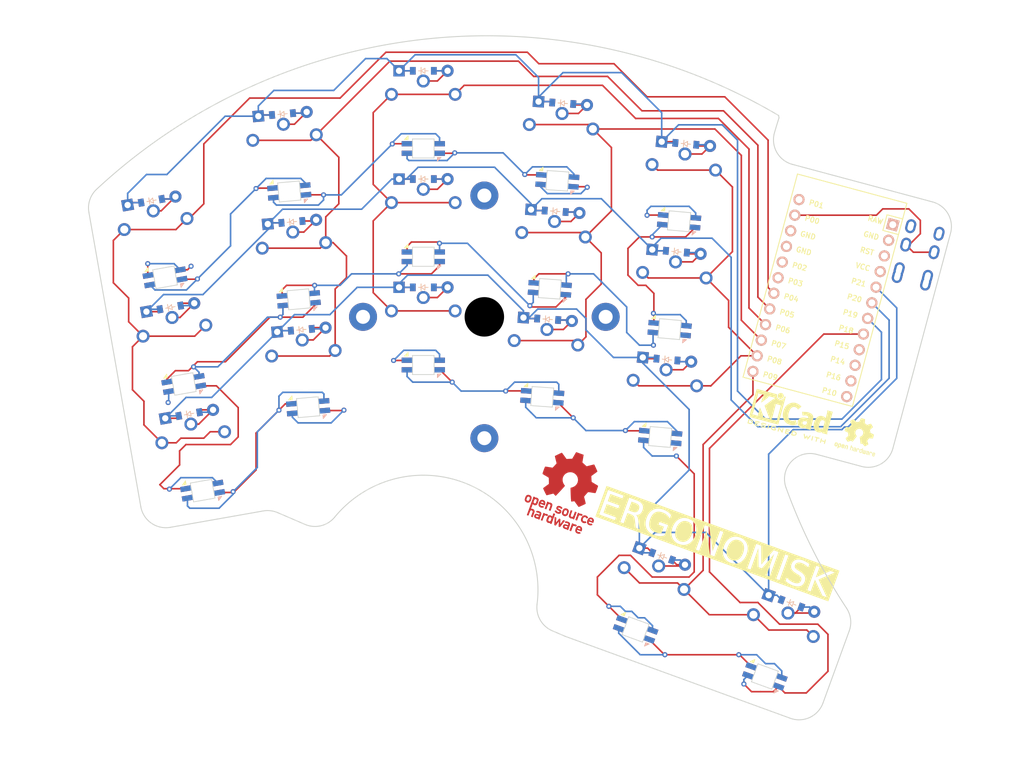
<source format=kicad_pcb>
(kicad_pcb (version 20221018) (generator pcbnew)
  (title_block (title "ergonomisk") (rev "v1.0.0") (company "Unknown"))
  (layers (0 "F.Cu" signal) (1 "In1.Cu" signal) (2 "In2.Cu" signal) (31 "B.Cu" signal) (34 "B.Paste" user) (35 "F.Paste" user) (36 "B.SilkS" user "B.Silkscreen") (37 "F.SilkS" user "F.Silkscreen") (38 "B.Mask" user) (39 "F.Mask" user) (44 "Edge.Cuts" user))
  (net 0 "")
  (net 1 "P4")
  (net 2 "pinky_bottom")
  (net 3 "pinky_home")
  (net 4 "pinky_top")
  (net 5 "P5")
  (net 6 "ring_bottom")
  (net 7 "ring_home")
  (net 8 "ring_top")
  (net 9 "P6")
  (net 10 "middle_bottom")
  (net 11 "middle_home")
  (net 12 "middle_top")
  (net 13 "P7")
  (net 14 "index_bottom")
  (net 15 "index_home")
  (net 16 "index_top")
  (net 17 "P8")
  (net 18 "far_bottom")
  (net 19 "far_home")
  (net 20 "far_top")
  (net 21 "P9")
  (net 22 "inner_keys")
  (net 23 "outer_keys")
  (net 24 "bot_ring_dout")
  (net 25 "bot_pinky_dout")
  (net 26 "VCC")
  (net 27 "GND")
  (net 28 "home_pinky_dout")
  (net 29 "top_ring_dout")
  (net 30 "end_of_leds")
  (net 31 "bot_middle_dout")
  (net 32 "home_ring_dout")
  (net 33 "top_middle_dout")
  (net 34 "bot_index_dout")
  (net 35 "home_middle_dout")
  (net 36 "top_index_dout")
  (net 37 "bot_far_dout")
  (net 38 "home_index_dout")
  (net 39 "top_far_dout")
  (net 40 "thumb_near_dout")
  (net 41 "home_far_dout")
  (net 42 "thumb_outer_dout")
  (net 43 "P18")
  (net 44 "P21")
  (net 45 "P20")
  (net 46 "P19")
  (net 47 "RAW")
  (net 48 "RST")
  (net 49 "P15")
  (net 50 "P14")
  (net 51 "P16")
  (net 52 "P10")
  (net 53 "P1")
  (net 54 "P0")
  (net 55 "P2")
  (net 56 "P3")
  (footprint "PG1350" (layer "F.Cu") (at 135.466786 63.215675)
    (fp_text reference "S8" hide)
    (fp_text value "" hide)
  )
  (footprint "ComboDiode" (layer "F.Cu") (at 175.207036 67.122098 -5)
    (fp_text reference "D14" hide)
    (fp_text value "" hide)
  )
  (footprint "SK6812MINIE" (layer "F.Cu") (at 115.90285 74.599412 5)
    (fp_text reference "LED5" hide)
    (fp_text value "" hide)
    (fp_line (start -1.7 -1.5) (end 1.7 -1.5) (stroke (width 0.12)) (layer "Edge.Cuts"))
    (fp_line (start -1.7 1.5) (end -1.7 -1.5) (stroke (width 0.12)) (layer "Edge.Cuts"))
    (fp_line (start 1.7 -1.5) (end 1.7 1.5) (stroke (width 0.12)) (layer "Edge.Cuts"))
    (fp_line (start 1.7 1.5) (end -1.7 1.5) (stroke (width 0.12)) (layer "Edge.Cuts"))
  )
  (footprint "PG1350" (layer "F.Cu") (at 190.702116 129.400061 -20)
    (fp_text reference "S17" hide)
    (fp_text value "" hide)
  )
  (footprint "Symbol:OSHW-Logo2_7.3x6mm_SilkScreen" (layer "F.Cu") (at 203.8 96 -15)
    (fp_text reference "REF**" hide)
    (fp_text value "OSHW-Logo2_7.3x6mm_SilkScreen" hide)
  )
  (footprint "ComboDiode" (layer "F.Cu") (at 193.267267 122.352366 -20)
    (fp_text reference "D17" hide)
    (fp_text value "" hide)
  )
  (footprint "PG1350" (layer "F.Cu") (at 170.404755 122.012426 -20)
    (fp_text reference "S16" hide)
    (fp_text value "" hide)
  )
  (footprint "SK6812MINIE" (layer "F.Cu") (at 117.384498 91.534722 5)
    (fp_text reference "LED4" hide)
    (fp_text value "" hide)
    (fp_line (start -1.7 -1.5) (end 1.7 -1.5) (stroke (width 0.12)) (layer "Edge.Cuts"))
    (fp_line (start -1.7 1.5) (end -1.7 -1.5) (stroke (width 0.12)) (layer "Edge.Cuts"))
    (fp_line (start 1.7 -1.5) (end 1.7 1.5) (stroke (width 0.12)) (layer "Edge.Cuts"))
    (fp_line (start 1.7 1.5) (end -1.7 1.5) (stroke (width 0.12)) (layer "Edge.Cuts"))
  )
  (footprint "ComboDiode" (layer "F.Cu") (at 172.969906 114.964731 -20)
    (fp_text reference "D16" hide)
    (fp_text value "" hide)
  )
  (footprint "PG1350" (layer "F.Cu") (at 174.553368 74.593558 -5)
    (fp_text reference "S14" hide)
    (fp_text value "" hide)
  )
  (footprint "ComboDiode" (layer "F.Cu") (at 116.321197 79.381147 5)
    (fp_text reference "D4" hide)
    (fp_text value "" hide)
  )
  (footprint "SK6812MINIE" (layer "F.Cu") (at 97.864127 87.886865 10)
    (fp_text reference "LED2" hide)
    (fp_text value "" hide)
    (fp_line (start -1.7 -1.5) (end 1.7 -1.5) (stroke (width 0.12)) (layer "Edge.Cuts"))
    (fp_line (start -1.7 1.5) (end -1.7 -1.5) (stroke (width 0.12)) (layer "Edge.Cuts"))
    (fp_line (start 1.7 -1.5) (end 1.7 1.5) (stroke (width 0.12)) (layer "Edge.Cuts"))
    (fp_line (start 1.7 1.5) (end -1.7 1.5) (stroke (width 0.12)) (layer "Edge.Cuts"))
  )
  (footprint "SK6812MINIE" (layer "F.Cu") (at 189.094621 133.816616 -20)
    (fp_text reference "LED17" hide)
    (fp_text value "" hide)
    (fp_line (start -1.7 -1.5) (end 1.7 -1.5) (stroke (width 0.12)) (layer "Edge.Cuts"))
    (fp_line (start -1.7 1.5) (end -1.7 -1.5) (stroke (width 0.12)) (layer "Edge.Cuts"))
    (fp_line (start 1.7 -1.5) (end 1.7 1.5) (stroke (width 0.12)) (layer "Edge.Cuts"))
    (fp_line (start 1.7 1.5) (end -1.7 1.5) (stroke (width 0.12)) (layer "Edge.Cuts"))
  )
  (footprint "SK6812MINIE" (layer "F.Cu") (at 135.466786 50.915675)
    (fp_text reference "LED9" hide)
    (fp_text value "" hide)
    (fp_line (start -1.7 -1.5) (end 1.7 -1.5) (stroke (width 0.12)) (layer "Edge.Cuts"))
    (fp_line (start -1.7 1.5) (end -1.7 -1.5) (stroke (width 0.12)) (layer "Edge.Cuts"))
    (fp_line (start 1.7 -1.5) (end 1.7 1.5) (stroke (width 0.12)) (layer "Edge.Cuts"))
    (fp_line (start 1.7 1.5) (end -1.7 1.5) (stroke (width 0.12)) (layer "Edge.Cuts"))
  )
  (footprint "ComboDiode" (layer "F.Cu") (at 114.83955 62.445837 5)
    (fp_text reference "D5" hide)
    (fp_text value "" hide)
  )
  (footprint "Symbol:KiCad-Logo2_5mm_SilkScreen" (layer "F.Cu") (at 193.2 92.8 -15)
    (fp_text reference "REF**" hide)
    (fp_text value "KiCad-Logo2_5mm_SilkScreen" hide)
  )
  (footprint "SK6812MINIE" (layer "F.Cu") (at 135.466786 67.915675)
    (fp_text reference "LED8" hide)
    (fp_text value "" hide)
    (fp_line (start -1.7 -1.5) (end 1.7 -1.5) (stroke (width 0.12)) (layer "Edge.Cuts"))
    (fp_line (start -1.7 1.5) (end -1.7 -1.5) (stroke (width 0.12)) (layer "Edge.Cuts"))
    (fp_line (start 1.7 -1.5) (end 1.7 1.5) (stroke (width 0.12)) (layer "Edge.Cuts"))
    (fp_line (start 1.7 1.5) (end -1.7 1.5) (stroke (width 0.12)) (layer "Edge.Cuts"))
  )
  (footprint "ComboDiode" (layer "F.Cu") (at 173.725389 84.057408 -5)
    (fp_text reference "D13" hide)
    (fp_text value "" hide)
  )
  (footprint "PG1350" (layer "F.Cu") (at 94.095962 66.516536 10)
    (fp_text reference "S3" hide)
    (fp_text value "" hide)
  )
  (footprint "PG1350" (layer "F.Cu") (at 97.047981 83.258268 10)
    (fp_text reference "S2" hide)
    (fp_text value "" hide)
  )
  (footprint "PG1350" (layer "F.Cu") (at 176.035016 57.658248 -5)
    (fp_text reference "S15" hide)
    (fp_text value "" hide)
  )
  (footprint "ComboDiode" (layer "F.Cu") (at 135.466786 72.715675)
    (fp_text reference "D7" hide)
    (fp_text value "" hide)
  )
  (footprint "SK6812MINIE" (layer "F.Cu") (at 174.143736 79.275673 -5)
    (fp_text reference "LED14" hide)
    (fp_text value "" hide)
    (fp_line (start -1.7 -1.5) (end 1.7 -1.5) (stroke (width 0.12)) (layer "Edge.Cuts"))
    (fp_line (start -1.7 1.5) (end -1.7 -1.5) (stroke (width 0.12)) (layer "Edge.Cuts"))
    (fp_line (start 1.7 -1.5) (end 1.7 1.5) (stroke (width 0.12)) (layer "Edge.Cuts"))
    (fp_line (start 1.7 1.5) (end -1.7 1.5) (stroke (width 0.12)) (layer "Edge.Cuts"))
  )
  (footprint "SK6812MINIE" (layer "F.Cu") (at 168.79726 126.428981 -20)
    (fp_text reference "LED16" hide)
    (fp_text value "" hide)
    (fp_line (start -1.7 -1.5) (end 1.7 -1.5) (stroke (width 0.12)) (layer "Edge.Cuts"))
    (fp_line (start -1.7 1.5) (end -1.7 -1.5) (stroke (width 0.12)) (layer "Edge.Cuts"))
    (fp_line (start 1.7 -1.5) (end 1.7 1.5) (stroke (width 0.12)) (layer "Edge.Cuts"))
    (fp_line (start 1.7 1.5) (end -1.7 1.5) (stroke (width 0.12)) (layer "Edge.Cuts"))
  )
  (footprint "PG1350" (layer "F.Cu") (at 173.071721 91.528868 -5)
    (fp_text reference "S13" hide)
    (fp_text value "" hide)
  )
  (footprint "ComboDiode" (layer "F.Cu") (at 95.74562 75.87221 10)
    (fp_text reference "D2" hide)
    (fp_text value "" hide)
  )
  (footprint "SK6812MINIE" (layer "F.Cu") (at 94.912108 71.145133 10)
    (fp_text reference "LED3" hide)
    (fp_text value "" hide)
    (fp_line (start -1.7 -1.5) (end 1.7 -1.5) (stroke (width 0.12)) (layer "Edge.Cuts"))
    (fp_line (start -1.7 1.5) (end -1.7 -1.5) (stroke (width 0.12)) (layer "Edge.Cuts"))
    (fp_line (start 1.7 -1.5) (end 1.7 1.5) (stroke (width 0.12)) (layer "Edge.Cuts"))
    (fp_line (start 1.7 1.5) (end -1.7 1.5) (stroke (width 0.12)) (layer "Edge.Cuts"))
  )
  (footprint "SK6812MINIE" (layer "F.Cu") (at 100.816146 104.628596 10)
    (fp_text reference "LED1" hide)
    (fp_text value "" hide)
    (fp_line (start -1.7 -1.5) (end 1.7 -1.5) (stroke (width 0.12)) (layer "Edge.Cuts"))
    (fp_line (start -1.7 1.5) (end -1.7 -1.5) (stroke (width 0.12)) (layer "Edge.Cuts"))
    (fp_line (start 1.7 -1.5) (end 1.7 1.5) (stroke (width 0.12)) (layer "Edge.Cuts"))
    (fp_line (start 1.7 1.5) (end -1.7 1.5) (stroke (width 0.12)) (layer "Edge.Cuts"))
  )
  (footprint "ComboDiode" (layer "F.Cu") (at 98.697639 92.613942 10)
    (fp_text reference "D1" hide)
    (fp_text value "" hide)
  )
  (footprint "PG1350" (layer "F.Cu") (at 155.652646 68.257086 -4)
    (fp_text reference "S11" hide)
    (fp_text value "" hide)
  )
  (footprint "ComboDiode" (layer "F.Cu") (at 176.688684 50.186788 -5)
    (fp_text reference "D15" hide)
    (fp_text value "" hide)
  )
  (footprint "ComboDiode" (layer "F.Cu") (at 113.357902 45.510527 5)
    (fp_text reference "D6" hide)
    (fp_text value "" hide)
  )
  (footprint "PG1350" (layer "F.Cu") (at 154.466786 85.215674 -4)
    (fp_text reference "S10" hide)
    (fp_text value "" hide)
  )
  (footprint "PG1350" (layer "F.Cu") (at 114.01157 52.981987 5)
    (fp_text reference "S6" hide)
    (fp_text value "" hide)
  )
  (footprint "SK6812MINIE" (layer "F.Cu") (at 172.662089 96.210983 -5)
    (fp_text reference "LED13" hide)
    (fp_text value "" hide)
    (fp_line (start -1.7 -1.5) (end 1.7 -1.5) (stroke (width 0.12)) (layer "Edge.Cuts"))
    (fp_line (start -1.7 1.5) (end -1.7 -1.5) (stroke (width 0.12)) (layer "Edge.Cuts"))
    (fp_line (start 1.7 -1.5) (end 1.7 1.5) (stroke (width 0.12)) (layer "Edge.Cuts"))
    (fp_line (start 1.7 1.5) (end -1.7 1.5) (stroke (width 0.12)) (layer "Edge.Cuts"))
  )
  (footprint "SK6812MINIE" (layer "F.Cu") (at 114.421202 57.664102 5)
    (fp_text reference "LED6" hide)
    (fp_text value "" hide)
    (fp_line (start -1.7 -1.5) (end 1.7 -1.5) (stroke (width 0.12)) (layer "Edge.Cuts"))
    (fp_line (start -1.7 1.5) (end -1.7 -1.5) (stroke (width 0.12)) (layer "Edge.Cuts"))
    (fp_line (start 1.7 -1.5) (end 1.7 1.5) (stroke (width 0.12)) (layer "Edge.Cuts"))
    (fp_line (start 1.7 1.5) (end -1.7 1.5) (stroke (width 0.12)) (layer "Edge.Cuts"))
  )
  (footprint "PG1350" (layer "F.Cu") (at 116.974866 86.852607 5)
    (fp_text reference "S4" hide)
    (fp_text value "" hide)
  )
  (footprint "PG1350" (layer "F.Cu") (at 135.466786 80.215675)
    (fp_text reference "S7" hide)
    (fp_text value "" hide)
  )
  (footprint "ComboDiode" (layer "F.Cu") (at 92.793601 59.130478 10)
    (fp_text reference "D3" hide)
    (fp_text value "" hide)
  )
  (footprint "ComboDiode" (layer "F.Cu") (at 156.17582 60.775355 -4)
    (fp_text reference "D11" hide)
    (fp_text value "" hide)
  )
  (footprint "ComboDiode" (layer "F.Cu") (at 157.36168 43.816766 -4)
    (fp_text reference "D12" hide)
    (fp_text value "" hide)
  )
  (footprint "PG1350" (layer "F.Cu") (at 100 100 10)
    (fp_text reference "S1" hide)
    (fp_text value "" hide)
  )
  (footprint "SK6812MINIE" (layer "F.Cu") (at 155.324791 72.945637 -4)
    (fp_text reference "LED11" hide)
    (fp_text value "" hide)
    (fp_line (start -1.7 -1.5) (end 1.7 -1.5) (stroke (width 0.12)) (layer "Edge.Cuts"))
    (fp_line (start -1.7 1.5) (end -1.7 -1.5) (stroke (width 0.12)) (layer "Edge.Cuts"))
    (fp_line (start 1.7 -1.5) (end 1.7 1.5) (stroke (width 0.12)) (layer "Edge.Cuts"))
    (fp_line (start 1.7 1.5) (end -1.7 1.5) (stroke (width 0.12)) (layer "Edge.Cuts"))
  )
  (footprint "PG1350" (layer "F.Cu") (at 115.493218 69.917297 5)
    (fp_text reference "S5" hide)
    (fp_text value "" hide)
  )
  (footprint "ProMicro" (layer "F.Cu") (at 198.2 74.4 -105)
    (fp_text reference "MCU1" hide)
    (fp_text value "" hide)
  )
  (footprint "SK6812MINIE" (layer "F.Cu") (at 154.138931 89.904225 -4)
    (fp_text reference "LED10" hide)
    (fp_text value "" hide)
    (fp_line (start -1.7 -1.5) (end 1.7 -1.5) (stroke (width 0.12)) (layer "Edge.Cuts"))
    (fp_line (start -1.7 1.5) (end -1.7 -1.5) (stroke (width 0.12)) (layer "Edge.Cuts"))
    (fp_line (start 1.7 -1.5) (end 1.7 1.5) (stroke (width 0.12)) (layer "Edge.Cuts"))
    (fp_line (start 1.7 1.5) (end -1.7 1.5) (stroke (width 0.12)) (layer "Edge.Cuts"))
  )
  (footprint "Symbol:OSHW-Logo_11.4x12mm_Copper" (layer "F.Cu") (at 158 104.4 -20)
    (fp_text reference "REF**" hide)
    (fp_text value "OSHW-Logo_11.4x12mm_Copper" hide)
  )
  (footprint "ComboDiode" (layer "F.Cu") (at 135.466786 38.715675)
    (fp_text reference "D9" hide)
    (fp_text value "" hide)
  )
  (footprint "SK6812MINIE" (layer "F.Cu") (at 135.466786 84.915675)
    (fp_text reference "LED7" hide)
    (fp_text value "" hide)
    (fp_line (start -1.7 -1.5) (end 1.7 -1.5) (stroke (width 0.12)) (layer "Edge.Cuts"))
    (fp_line (start -1.7 1.5) (end -1.7 -1.5) (stroke (width 0.12)) (layer "Edge.Cuts"))
    (fp_line (start 1.7 -1.5) (end 1.7 1.5) (stroke (width 0.12)) (layer "Edge.Cuts"))
    (fp_line (start 1.7 1.5) (end -1.7 1.5) (stroke (width 0.12)) (layer "Edge.Cuts"))
  )
  (footprint "TENTINGPUCK" (layer "F.Cu") (at 145.05 77.35)
    (fp_text reference "REF**")
    (fp_text value "Tenting Puck")
  )
  (footprint "ComboDiode" (layer "F.Cu") (at 135.466786 55.715675)
    (fp_text reference "D8" hide)
    (fp_text value "" hide)
  )
  (footprint "PG1350" (layer "F.Cu") (at 135.466786 46.215675)
    (fp_text reference "S9" hide)
    (fp_text value "" hide)
  )
  (footprint "PG1350" (layer "F.Cu") (at 156.838506 51.298497 -4)
    (fp_text reference "S12" hide)
    (fp_text value "" hide)
  )
  (footprint "SK6812MINIE" (layer "F.Cu") (at 156.510651 55.987048 -4)
    (fp_text reference "LED12" hide)
    (fp_text value "" hide)
    (fp_line (start -1.7 -1.5) (end 1.7 -1.5) (stroke (width 0.12)) (layer "Edge.Cuts"))
    (fp_line (start -1.7 1.5) (end -1.7 -1.5) (stroke (width 0.12)) (layer "Edge.Cuts"))
    (fp_line (start 1.7 -1.5) (end 1.7 1.5) (stroke (width 0.12)) (layer "Edge.Cuts"))
    (fp_line (start 1.7 1.5) (end -1.7 1.5) (stroke (width 0.12)) (layer "Edge.Cuts"))
  )
  (footprint "SK6812MINIE" (layer "F.Cu") (at 175.625384 62.340363 -5)
    (fp_text reference "LED15" hide)
    (fp_text value "" hide)
    (fp_line (start -1.7 -1.5) (end 1.7 -1.5) (stroke (width 0.12)) (layer "Edge.Cuts"))
    (fp_line (start -1.7 1.5) (end -1.7 -1.5) (stroke (width 0.12)) (layer "Edge.Cuts"))
    (fp_line (start 1.7 -1.5) (end 1.7 1.5) (stroke (width 0.12)) (layer "Edge.Cuts"))
    (fp_line (start 1.7 1.5) (end -1.7 1.5) (stroke (width 0.12)) (layer "Edge.Cuts"))
  )
  (footprint "TRRS-PJ-320A-dual" (layer "F.Cu") (at 217.266786 61.215675 -15)
    (fp_text reference "TRRS1")
    (fp_text value "TRRS-PJ-320A-dual")
  )
  (footprint "ComboDiode" (layer "F.Cu") (at 154.98996 77.733944 -4)
    (fp_text reference "D10" hide)
    (fp_text value "" hide)
  )
  (gr_arc (start 201.919309 123.093312) (mid 202.553349 124.829066) (end 202.339525 126.664584) (stroke (width 0.15)) (layer "Edge.Cuts"))
  (gr_line (start 112.595789 108.091543) (end 116.87932 109.934195) (stroke (width 0.15)) (layer "Edge.Cuts"))
  (gr_arc (start 82.957921 60.937273) (mid 83.104687 58.970984) (end 84.172983 57.313704) (stroke (width 0.15)) (layer "Edge.Cuts"))
  (gr_arc (start 84.172983 57.313704) (mid 135.791014 33.7373) (end 191.255783 45.734272) (stroke (width 0.15)) (layer "Edge.Cuts"))
  (gr_arc (start 190.605888 48.42767) (mid 190.951895 47.265226) (end 191.313535 46.10755) (stroke (width 0.15)) (layer "Edge.Cuts"))
  (gr_arc (start 193.411985 53.406654) (mid 190.962581 51.506876) (end 190.605888 48.42767) (stroke (width 0.15)) (layer "Edge.Cuts"))
  (gr_line (start 209.193451 98.011056) (end 218.252117 64.203652) (stroke (width 0.15)) (layer "Edge.Cuts"))
  (gr_line (start 95.740811 110.397563) (end 110.320555 107.826761) (stroke (width 0.15)) (layer "Edge.Cuts"))
  (gr_line (start 191.313535 46.10755) (end 191.255783 45.734272) (stroke (width 0.15)) (layer "Edge.Cuts"))
  (gr_arc (start 192.415068 104.167294) (mid 193.229097 100.100528) (end 197.211309 98.941556) (stroke (width 0.15)) (layer "Edge.Cuts"))
  (gr_arc (start 201.919309 123.093312) (mid 196.60855 113.91084) (end 192.415067 104.167295) (stroke (width 0.15)) (layer "Edge.Cuts"))
  (gr_arc (start 155.713657 126.639613) (mid 153.822276 124.951382) (end 153.32566 122.465257) (stroke (width 0.15)) (layer "Edge.Cuts"))
  (gr_line (start 155.713657 126.639612) (end 157.758637 127.519304) (stroke (width 0.15)) (layer "Edge.Cuts"))
  (gr_arc (start 209.193451 98.011056) (mid 207.329748 100.439882) (end 204.294471 100.839484) (stroke (width 0.15)) (layer "Edge.Cuts"))
  (gr_line (start 82.957921 60.937273) (end 91.106987 107.152924) (stroke (width 0.15)) (layer "Edge.Cuts"))
  (gr_line (start 198.217931 137.988571) (end 202.339525 126.664584) (stroke (width 0.15)) (layer "Edge.Cuts"))
  (gr_line (start 157.758637 127.519304) (end 193.09108 140.379261) (stroke (width 0.15)) (layer "Edge.Cuts"))
  (gr_line (start 215.42369 59.304673) (end 193.411985 53.406654) (stroke (width 0.15)) (layer "Edge.Cuts"))
  (gr_arc (start 121.552111 108.797189) (mid 142.579676 103.680657) (end 153.32566 122.465257) (stroke (width 0.15)) (layer "Edge.Cuts"))
  (gr_arc (start 121.552112 108.797188) (mid 119.405668 110.146344) (end 116.87932 109.934195) (stroke (width 0.15)) (layer "Edge.Cuts"))
  (gr_arc (start 95.740811 110.397563) (mid 92.751912 109.73494) (end 91.106987 107.152925) (stroke (width 0.15)) (layer "Edge.Cuts"))
  (gr_arc (start 215.42369 59.304673) (mid 217.852515 61.168376) (end 218.252117 64.203652) (stroke (width 0.15)) (layer "Edge.Cuts"))
  (gr_arc (start 110.320554 107.82676) (mid 111.47753 107.792806) (end 112.595789 108.091543) (stroke (width 0.15)) (layer "Edge.Cuts"))
  (gr_line (start 197.211309 98.941556) (end 204.294471 100.839484) (stroke (width 0.15)) (layer "Edge.Cuts"))
  (gr_arc (start 198.21793 137.988571) (mid 196.149633 140.245721) (end 193.09108 140.379261) (stroke (width 0.15)) (layer "Edge.Cuts"))
  (gr_text "ERGONOMISK" (at 181.2 113.2 340) (layer "F.SilkS" knockout) (effects (font (size 4 4))))
  (segment (start 101 59.6) (end 98.693974 61.906026) (width 0.25) (layer "F.Cu") (net 1))
  (segment (start 91.464079 80.384239) (end 89.8 82.048318) (width 0.25) (layer "F.Cu") (net 1))
  (segment (start 89.8 88.8) (end 91.6 90.6) (width 0.25) (layer "F.Cu") (net 1))
  (segment (start 99.575676 80.384239) (end 101.312157 78.647758) (width 0.25) (layer "F.Cu") (net 1))
  (segment (start 129.6 35.8) (end 122.4 43) (width 0.25) (layer "F.Cu") (net 1))
  (segment (start 96.623657 63.642507) (end 88.51206 63.642507) (width 0.25) (layer "F.Cu") (net 1))
  (segment (start 86.8 65.354567) (end 88.51206 63.642507) (width 0.25) (layer "F.Cu") (net 1))
  (segment (start 91.6 90.6) (end 91.6 94.309873) (width 0.25) (layer "F.Cu") (net 1))
  (segment (start 97.4 96.4) (end 96.674029 97.125971) (width 0.25) (layer "F.Cu") (net 1))
  (segment (start 189.6 49.6) (end 182.8 42.8) (width 0.25) (layer "F.Cu") (net 1))
  (segment (start 189.6 72.74358) (end 189.6 49.6) (width 0.25) (layer "F.Cu") (net 1))
  (segment (start 151.8 35.8) (end 129.6 35.8) (width 0.25) (layer "F.Cu") (net 1))
  (segment (start 89.2 74.4) (end 86.8 72) (width 0.25) (layer "F.Cu") (net 1))
  (segment (start 91.464079 80.384239) (end 99.575676 80.384239) (width 0.25) (layer "F.Cu") (net 1))
  (segment (start 102.01051 95.38949) (end 101 96.4) (width 0.25) (layer "F.Cu") (net 1))
  (segment (start 91.464079 80.384239) (end 89.2 78.12016) (width 0.25) (layer "F.Cu") (net 1))
  (segment (start 165.4 37.6) (end 153.6 37.6) (width 0.25) (layer "F.Cu") (net 1))
  (segment (start 182.8 42.8) (end 170.6 42.8) (width 0.25) (layer "F.Cu") (net 1))
  (segment (start 190.510945 73.654525) (end 189.6 72.74358) (width 0.25) (layer "F.Cu") (net 1))
  (segment (start 104.264176 95.38949) (end 102.01051 95.38949) (width 0.25) (layer "F.Cu") (net 1))
  (segment (start 101 96.4) (end 97.4 96.4) (width 0.25) (layer "F.Cu") (net 1))
  (segment (start 108.2 43) (end 101 50.2) (width 0.25) (layer "F.Cu") (net 1))
  (segment (start 101 50.2) (end 101 59.6) (width 0.25) (layer "F.Cu") (net 1))
  (segment (start 98.693974 61.906026) (end 98.360138 61.906026) (width 0.25) (layer "F.Cu") (net 1))
  (segment (start 86.8 72) (end 86.8 65.354567) (width 0.25) (layer "F.Cu") (net 1))
  (segment (start 89.2 78.12016) (end 89.2 74.4) (width 0.25) (layer "F.Cu") (net 1))
  (segment (start 122.4 43) (end 108.2 43) (width 0.25) (layer "F.Cu") (net 1))
  (segment (start 98.360138 61.906026) (end 96.623657 63.642507) (width 0.25) (layer "F.Cu") (net 1))
  (segment (start 96.674029 97.125971) (end 94.416098 97.125971) (width 0.25) (layer "F.Cu") (net 1))
  (segment (start 153.6 37.6) (end 151.8 35.8) (width 0.25) (layer "F.Cu") (net 1))
  (segment (start 170.6 42.8) (end 165.4 37.6) (width 0.25) (layer "F.Cu") (net 1))
  (segment (start 91.6 94.309873) (end 94.416098 97.125971) (width 0.25) (layer "F.Cu") (net 1))
  (segment (start 89.8 82.048318) (end 89.8 88.8) (width 0.25) (layer "F.Cu") (net 1))
  (segment (start 100.697653 91.952342) (end 100.322572 92.327423) (width 0.25) (layer "F.Cu") (net 2))
  (segment (start 102.449757 91.952342) (end 100.697653 91.952342) (width 0.25) (layer "F.Cu") (net 2))
  (segment (start 100.212465 94.189634) (end 98.975476 94.189634) (width 0.25) (layer "F.Cu") (net 2))
  (segment (start 102.449757 91.952342) (end 100.212465 94.189634) (width 0.25) (layer "F.Cu") (net 2))
  (segment (start 102.074676 92.327423) (end 102.449757 91.952342) (width 0.25) (layer "B.Cu") (net 2))
  (segment (start 100.322572 92.327423) (end 102.074676 92.327423) (width 0.25) (layer "B.Cu") (net 2))
  (segment (start 97.260446 77.447902) (end 96.023457 77.447902) (width 0.25) (layer "F.Cu") (net 3))
  (segment (start 99.497738 75.21061) (end 97.260446 77.447902) (width 0.25) (layer "F.Cu") (net 3))
  (segment (start 99.497738 75.21061) (end 97.745634 75.21061) (width 0.25) (layer "F.Cu") (net 3))
  (segment (start 97.745634 75.21061) (end 97.370553 75.585691) (width 0.25) (layer "F.Cu") (net 3))
  (segment (start 99.122657 75.585691) (end 99.497738 75.21061) (width 0.25) (layer "B.Cu") (net 3))
  (segment (start 97.370553 75.585691) (end 99.122657 75.585691) (width 0.25) (layer "B.Cu") (net 3))
  (segment (start 94.418534 58.843959) (end 96.170638 58.843959) (width 0.25) (layer "F.Cu") (net 4))
  (segment (start 96.545719 58.468878) (end 94.308427 60.70617) (width 0.25) (layer "F.Cu") (net 4))
  (segment (start 94.308427 60.70617) (end 93.071438 60.70617) (width 0.25) (layer "F.Cu") (net 4))
  (segment (start 96.170638 58.843959) (end 96.545719 58.468878) (width 0.25) (layer "F.Cu") (net 4))
  (segment (start 96.170638 58.843959) (end 96.545719 58.468878) (width 0.25) (layer "B.Cu") (net 4))
  (segment (start 94.418534 58.843959) (end 96.170638 58.843959) (width 0.25) (layer "B.Cu") (net 4))
  (segment (start 188 74.254431) (end 189.853545 76.107976) (width 0.25) (layer "F.Cu") (net 5))
  (segment (start 117.789794 49.632226) (end 118.661352 48.760668) (width 0.25) (layer "F.Cu") (net 5))
  (segment (start 182.6 45) (end 188 50.4) (width 0.25) (layer "F.Cu") (net 5))
  (segment (start 164.4 39.6) (end 169.8 45) (width 0.25) (layer "F.Cu") (net 5))
  (segment (start 123.4 71.2) (end 123.4 67.8) (width 0.25) (layer "F.Cu") (net 5))
  (segment (start 119.271442 66.567536) (end 120.143 65.695978) (width 0.25) (layer "F.Cu") (net 5))
  (segment (start 108.699405 49.632226) (end 117.789794 49.632226) (width 0.25) (layer "F.Cu") (net 5))
  (segment (start 188 50.4) (end 188 74.254431) (width 0.25) (layer "F.Cu") (net 5))
  (segment (start 120.143 61.657) (end 120.143 65.695978) (width 0.25) (layer "F.Cu") (net 5))
  (segment (start 123.4 67.8) (end 121.295978 65.695978) (width 0.25) (layer "F.Cu") (net 5))
  (segment (start 130.22202 37.2) (end 150.4 37.2) (width 0.25) (layer "F.Cu") (net 5))
  (segment (start 121.295978 65.695978) (end 120.143 65.695978) (width 0.25) (layer "F.Cu") (net 5))
  (segment (start 111.662701 83.502846) (end 120.75309 83.502846) (width 0.25) (layer "F.Cu") (net 5))
  (segment (start 110.181053 66.567536) (end 119.271442 66.567536) (width 0.25) (layer "F.Cu") (net 5))
  (segment (start 120.75309 83.502846) (end 121.624648 82.631288) (width 0.25) (layer "F.Cu") (net 5))
  (segment (start 122.2 59.6) (end 120.143 61.657) (width 0.25) (layer "F.Cu") (net 5))
  (segment (start 118.661352 48.760668) (end 122.2 52.299316) (width 0.25) (layer "F.Cu") (net 5))
  (segment (start 169.8 45) (end 182.6 45) (width 0.25) (layer "F.Cu") (net 5))
  (segment (start 152.8 39.6) (end 164.4 39.6) (width 0.25) (layer "F.Cu") (net 5))
  (segment (start 122.2 52.299316) (end 122.2 59.6) (width 0.25) (layer "F.Cu") (net 5))
  (segment (start 121.624648 72.975352) (end 123.4 71.2) (width 0.25) (layer "F.Cu") (net 5))
  (segment (start 121.624648 82.631288) (end 121.624648 72.975352) (width 0.25) (layer "F.Cu") (net 5))
  (segment (start 150.4 37.2) (end 152.8 39.6) (width 0.25) (layer "F.Cu") (net 5))
  (segment (start 118.661352 48.760668) (end 130.22202 37.2) (width 0.25) (layer "F.Cu") (net 5))
  (segment (start 118.190725 80.975058) (end 120.116699 79.049084) (width 0.25) (layer "F.Cu") (net 6))
  (segment (start 116.460647 80.975058) (end 118.190725 80.975058) (width 0.25) (layer "F.Cu") (net 6))
  (segment (start 118.153174 79.049084) (end 117.964918 79.23734) (width 0.25) (layer "F.Cu") (net 6))
  (segment (start 120.116699 79.049084) (end 118.153174 79.049084) (width 0.25) (layer "F.Cu") (net 6))
  (segment (start 119.928443 79.23734) (end 120.116699 79.049084) (width 0.25) (layer "B.Cu") (net 6))
  (segment (start 117.964918 79.23734) (end 119.928443 79.23734) (width 0.25) (layer "B.Cu") (net 6))
  (segment (start 116.709078 64.039748) (end 114.978999 64.039748) (width 0.25) (layer "F.Cu") (net 7))
  (segment (start 118.635052 62.113774) (end 116.709078 64.039748) (width 0.25) (layer "F.Cu") (net 7))
  (segment (start 118.446796 62.30203) (end 118.635052 62.113774) (width 0.25) (layer "F.Cu") (net 7))
  (segment (start 116.483271 62.30203) (end 118.446796 62.30203) (width 0.25) (layer "F.Cu") (net 7))
  (segment (start 116.965148 45.36672) (end 117.153404 45.178464) (width 0.25) (layer "F.Cu") (net 8))
  (segment (start 115.22743 47.104438) (end 113.497351 47.104438) (width 0.25) (layer "F.Cu") (net 8))
  (segment (start 117.153404 45.178464) (end 115.22743 47.104438) (width 0.25) (layer "F.Cu") (net 8))
  (segment (start 115.001623 45.36672) (end 116.965148 45.36672) (width 0.25) (layer "F.Cu") (net 8))
  (segment (start 115.001623 45.36672) (end 116.965148 45.36672) (width 0.25) (layer "B.Cu") (net 8))
  (segment (start 116.965148 45.36672) (end 117.153404 45.178464) (width 0.25) (layer "B.Cu") (net 8))
  (segment (start 186.6 51) (end 186.6 75.965284) (width 0.25) (layer "F.Cu") (net 9))
  (segment (start 127.6 62.282461) (end 130.466786 59.415675) (width 0.25) (layer "F.Cu") (net 9))
  (segment (start 127.6 73.548889) (end 127.6 62.282461) (width 0.25) (layer "F.Cu") (net 9))
  (segment (start 127.6 56.548889) (end 127.6 45.282461) (width 0.25) (layer "F.Cu") (net 9))
  (segment (start 127.6 45.282461) (end 130.466786 42.415675) (width 0.25) (layer "F.Cu") (net 9))
  (segment (start 130.466786 59.415675) (end 127.6 56.548889) (width 0.25) (layer "F.Cu") (net 9))
  (segment (start 168.8 46.2) (end 181.8 46.2) (width 0.25) (layer "F.Cu") (net 9))
  (segment (start 140.466786 42.415675) (end 141.882461 41) (width 0.25) (layer "F.Cu") (net 9))
  (segment (start 163.6 41) (end 168.8 46.2) (width 0.25) (layer "F.Cu") (net 9))
  (segment (start 130.466786 76.415675) (end 140.466786 76.415675) (width 0.25) (layer "F.Cu") (net 9))
  (segment (start 186.6 75.965284) (end 189.196144 78.561428) (width 0.25) (layer "F.Cu") (net 9))
  (segment (start 130.466786 42.415675) (end 140.466786 42.415675) (width 0.25) (layer "F.Cu") (net 9))
  (segment (start 181.8 46.2) (end 186.6 51) (width 0.25) (layer "F.Cu") (net 9))
  (segment (start 141.882461 41) (end 163.6 41) (width 0.25) (layer "F.Cu") (net 9))
  (segment (start 130.466786 59.415675) (end 140.466786 59.415675) (width 0.25) (layer "F.Cu") (net 9))
  (segment (start 130.466786 76.415675) (end 127.6 73.548889) (width 0.25) (layer "F.Cu") (net 9))
  (segment (start 139.276786 72.715675) (end 137.116786 72.715675) (width 0.25) (layer "F.Cu") (net 10))
  (segment (start 137.676786 74.315675) (end 139.276786 72.715675) (width 0.25) (layer "F.Cu") (net 10))
  (segment (start 135.466786 74.315675) (end 137.676786 74.315675) (width 0.25) (layer "F.Cu") (net 10))
  (segment (start 137.116786 72.715675) (end 139.276786 72.715675) (width 0.25) (layer "B.Cu") (net 10))
  (segment (start 137.676786 57.315675) (end 135.466786 57.315675) (width 0.25) (layer "F.Cu") (net 11))
  (segment (start 139.276786 55.715675) (end 137.676786 57.315675) (width 0.25) (layer "F.Cu") (net 11))
  (segment (start 137.116786 55.715675) (end 139.276786 55.715675) (width 0.25) (layer "F.Cu") (net 11))
  (segment (start 137.116786 55.715675) (end 139.276786 55.715675) (width 0.25) (layer "B.Cu") (net 11))
  (segment (start 139.276786 38.715675) (end 137.676786 40.315675) (width 0.25) (layer "F.Cu") (net 12))
  (segment (start 137.676786 40.315675) (end 135.466786 40.315675) (width 0.25) (layer "F.Cu") (net 12))
  (segment (start 137.116786 38.715675) (end 139.276786 38.715675) (width 0.25) (layer "F.Cu") (net 12))
  (segment (start 137.116786 38.715675) (end 139.276786 38.715675) (width 0.25) (layer "B.Cu") (net 12))
  (segment (start 185.4 52) (end 181.256536 47.856536) (width 0.25) (layer "F.Cu") (net 13))
  (segment (start 181.256536 47.856536) (end 162.091401 47.856536) (width 0.25) (layer "F.Cu") (net 13))
  (segment (start 160.905541 64.815125) (end 165 60.720666) (width 0.25) (layer "F.Cu") (net 13))
  (segment (start 161 74.6) (end 163.4 72.2) (width 0.25) (layer "F.Cu") (net 13))
  (segment (start 159.719681 81.773713) (end 161 80.493394) (width 0.25) (layer "F.Cu") (net 13))
  (segment (start 159.022116 81.076148) (end 159.719681 81.773713) (width 0.25) (layer "F.Cu") (net 13))
  (segment (start 185.4 77.876135) (end 185.4 52) (width 0.25) (layer "F.Cu") (net 13))
  (segment (start 149.74404 81.076148) (end 159.022116 81.076148) (width 0.25) (layer "F.Cu") (net 13))
  (segment (start 165 60.720666) (end 165 50.765135) (width 0.25) (layer "F.Cu") (net 13))
  (segment (start 152.11576 47.158971) (end 161.393836 47.158971) (width 0.25) (layer "F.Cu") (net 13))
  (segment (start 161.393836 47.158971) (end 162.091401 47.856536) (width 0.25) (layer "F.Cu") (net 13))
  (segment (start 163.4 67.309584) (end 160.905541 64.815125) (width 0.25) (layer "F.Cu") (net 13))
  (segment (start 150.9299 64.11756) (end 160.207976 64.11756) (width 0.25) (layer "F.Cu") (net 13))
  (segment (start 160.207976 64.11756) (end 160.905541 64.815125) (width 0.25) (layer "F.Cu") (net 13))
  (segment (start 188.538744 81.014879) (end 185.4 77.876135) (width 0.25) (layer "F.Cu") (net 13))
  (segment (start 161 80.493394) (end 161 74.6) (width 0.25) (layer "F.Cu") (net 13))
  (segment (start 163.4 72.2) (end 163.4 67.309584) (width 0.25) (layer "F.Cu") (net 13))
  (segment (start 165 50.765135) (end 162.091401 47.856536) (width 0.25) (layer "F.Cu") (net 13))
  (segment (start 157.460349 79.330046) (end 158.790679 77.999716) (width 0.25) (layer "F.Cu") (net 14))
  (segment (start 154.878349 79.330046) (end 157.460349 79.330046) (width 0.25) (layer "F.Cu") (net 14))
  (segment (start 158.640005 77.849042) (end 158.790679 77.999716) (width 0.25) (layer "F.Cu") (net 14))
  (segment (start 156.635941 77.849042) (end 158.640005 77.849042) (width 0.25) (layer "F.Cu") (net 14))
  (segment (start 156.635941 77.849042) (end 158.640005 77.849042) (width 0.25) (layer "B.Cu") (net 14))
  (segment (start 158.640005 77.849042) (end 158.790679 77.999716) (width 0.25) (layer "B.Cu") (net 14))
  (segment (start 156.064209 62.371458) (end 158.646208 62.371458) (width 0.25) (layer "F.Cu") (net 15))
  (segment (start 159.825865 60.890453) (end 159.976539 61.041127) (width 0.25) (layer "F.Cu") (net 15))
  (segment (start 158.646208 62.371458) (end 159.976539 61.041127) (width 0.25) (layer "F.Cu") (net 15))
  (segment (start 157.821801 60.890453) (end 159.825865 60.890453) (width 0.25) (layer "F.Cu") (net 15))
  (segment (start 157.821801 60.890453) (end 159.825865 60.890453) (width 0.25) (layer "B.Cu") (net 15))
  (segment (start 159.825865 60.890453) (end 159.976539 61.041127) (width 0.25) (layer "B.Cu") (net 15))
  (segment (start 159.832068 45.412869) (end 161.162399 44.082538) (width 0.25) (layer "F.Cu") (net 16))
  (segment (start 157.250069 45.412869) (end 159.832068 45.412869) (width 0.25) (layer "F.Cu") (net 16))
  (segment (start 159.158335 44.082538) (end 159.007661 43.931864) (width 0.25) (layer "F.Cu") (net 16))
  (segment (start 161.162399 44.082538) (end 159.158335 44.082538) (width 0.25) (layer "F.Cu") (net 16))
  (segment (start 161.011725 43.931864) (end 161.162399 44.082538) (width 0.25) (layer "B.Cu") (net 16))
  (segment (start 159.007661 43.931864) (end 161.011725 43.931864) (width 0.25) (layer "B.Cu") (net 16))
  (segment (start 178.383886 88.179107) (end 169.293497 88.179107) (width 0.25) (layer "F.Cu") (net 17))
  (segment (start 169.293497 88.179107) (end 168.421939 87.307549) (width 0.25) (layer "F.Cu") (net 17))
  (segment (start 183.4 74.778264) (end 179.865533 71.243797) (width 0.25) (layer "F.Cu") (net 17))
  (segment (start 180.579107 88.179107) (end 178.383886 88.179107) (width 0.25) (layer "F.Cu") (net 17))
  (segment (start 187.881344 83.468331) (end 185.331669 83.468331) (width 0.25) (layer "F.Cu") (net 17))
  (segment (start 180.6 88.2) (end 180.579107 88.179107) (width 0.25) (layer "F.Cu") (net 17))
  (segment (start 184 67.10933) (end 184 56.961306) (width 0.25) (layer "F.Cu") (net 17))
  (segment (start 170.775144 71.243797) (end 169.903586 70.372239) (width 0.25) (layer "F.Cu") (net 17))
  (segment (start 179.865533 71.243797) (end 184 67.10933) (width 0.25) (layer "F.Cu") (net 17))
  (segment (start 181.347181 54.308487) (end 172.256792 54.308487) (width 0.25) (layer "F.Cu") (net 17))
  (segment (start 187.881344 83.468331) (end 183.4 78.986987) (width 0.25) (layer "F.Cu") (net 17))
  (segment (start 179.865533 71.243797) (end 170.775144 71.243797) (width 0.25) (layer "F.Cu") (net 17))
  (segment (start 183.4 78.986987) (end 183.4 74.778264) (width 0.25) (layer "F.Cu") (net 17))
  (segment (start 172.256792 54.308487) (end 171.385234 53.436929) (width 0.25) (layer "F.Cu") (net 17))
  (segment (start 184 56.961306) (end 181.347181 54.308487) (width 0.25) (layer "F.Cu") (net 17))
  (segment (start 185.331669 83.468331) (end 180.6 88.2) (width 0.25) (layer "F.Cu") (net 17))
  (segment (start 177.520891 84.389471) (end 175.557366 84.389471) (width 0.25) (layer "F.Cu") (net 18))
  (segment (start 175.557366 84.389471) (end 175.36911 84.201215) (width 0.25) (layer "F.Cu") (net 18))
  (segment (start 173.58594 85.651319) (end 176.259043 85.651319) (width 0.25) (layer "F.Cu") (net 18))
  (segment (start 176.259043 85.651319) (end 177.520891 84.389471) (width 0.25) (layer "F.Cu") (net 18))
  (segment (start 177.520891 84.389471) (end 175.557366 84.389471) (width 0.25) (layer "B.Cu") (net 18))
  (segment (start 175.557366 84.389471) (end 175.36911 84.201215) (width 0.25) (layer "B.Cu") (net 18))
  (segment (start 179.002538 67.454161) (end 177.039013 67.454161) (width 0.25) (layer "F.Cu") (net 19))
  (segment (start 177.039013 67.454161) (end 176.850757 67.265905) (width 0.25) (layer "F.Cu") (net 19))
  (segment (start 177.74069 68.716009) (end 179.002538 67.454161) (width 0.25) (layer "F.Cu") (net 19))
  (segment (start 175.067587 68.716009) (end 177.74069 68.716009) (width 0.25) (layer "F.Cu") (net 19))
  (segment (start 178.814282 67.265905) (end 179.002538 67.454161) (width 0.25) (layer "B.Cu") (net 19))
  (segment (start 176.850757 67.265905) (end 178.814282 67.265905) (width 0.25) (layer "B.Cu") (net 19))
  (segment (start 179.222338 51.780699) (end 180.484186 50.518851) (width 0.25) (layer "F.Cu") (net 20))
  (segment (start 176.549235 51.780699) (end 179.222338 51.780699) (width 0.25) (layer "F.Cu") (net 20))
  (segment (start 178.520661 50.518851) (end 178.332405 50.330595) (width 0.25) (layer "F.Cu") (net 20))
  (segment (start 180.484186 50.518851) (end 178.520661 50.518851) (width 0.25) (layer "F.Cu") (net 20))
  (segment (start 180.29593 50.330595) (end 180.484186 50.518851) (width 0.25) (layer "B.Cu") (net 20))
  (segment (start 178.332405 50.330595) (end 180.29593 50.330595) (width 0.25) (layer "B.Cu") (net 20))
  (segment (start 187.223943 89.576057) (end 179.4 97.4) (width 0.25) (layer "F.Cu") (net 21))
  (segment (start 176.402895 120.151695) (end 175.386896 119.135696) (width 0.25) (layer "F.Cu") (net 21))
  (segment (start 179.4 97.4) (end 179.4 117.15459) (width 0.25) (layer "F.Cu") (net 21))
  (segment (start 180.370328 124.119128) (end 176.402895 120.151695) (width 0.25) (layer "F.Cu") (net 21))
  (segment (start 187.223943 85.921783) (end 187.223943 89.576057) (width 0.25) (layer "F.Cu") (net 21))
  (segment (start 195.684257 126.523331) (end 189.707532 126.523331) (width 0.25) (layer "F.Cu") (net 21))
  (segment (start 179.4 117.15459) (end 176.402895 120.151695) (width 0.25) (layer "F.Cu") (net 21))
  (segment (start 175.386896 119.135696) (end 169.410171 119.135696) (width 0.25) (layer "F.Cu") (net 21))
  (segment (start 189.707532 126.523331) (end 187.303329 124.119128) (width 0.25) (layer "F.Cu") (net 21))
  (segment (start 196.700256 127.53933) (end 195.684257 126.523331) (width 0.25) (layer "F.Cu") (net 21))
  (segment (start 169.410171 119.135696) (end 167.005968 116.731493) (width 0.25) (layer "F.Cu") (net 21))
  (segment (start 187.303329 124.119128) (end 180.370328 124.119128) (width 0.25) (layer "F.Cu") (net 21))
  (segment (start 172.422674 116.46824) (end 176.349723 116.46824) (width 0.25) (layer "F.Cu") (net 22))
  (segment (start 176.550135 116.267828) (end 175.259163 116.267828) (width 0.25) (layer "F.Cu") (net 22))
  (segment (start 176.349723 116.46824) (end 176.550135 116.267828) (width 0.25) (layer "F.Cu") (net 22))
  (segment (start 175.259163 116.267828) (end 174.520399 115.529064) (width 0.25) (layer "F.Cu") (net 22))
  (segment (start 174.520399 115.529064) (end 175.811371 115.529064) (width 0.25) (layer "B.Cu") (net 22))
  (segment (start 175.811371 115.529064) (end 176.550135 116.267828) (width 0.25) (layer "B.Cu") (net 22))
  (segment (start 192.720035 123.855875) (end 193.878584 123.855875) (width 0.25) (layer "F.Cu") (net 23))
  (segment (start 192.720035 123.855875) (end 196.647084 123.855875) (width 0.25) (layer "F.Cu") (net 23))
  (segment (start 193.878584 123.855875) (end 194.81776 122.916699) (width 0.25) (layer "F.Cu") (net 23))
  (segment (start 196.647084 123.855875) (end 196.847496 123.655463) (width 0.25) (layer "F.Cu") (net 23))
  (segment (start 194.81776 122.916699) (end 196.108732 122.916699) (width 0.25) (layer "B.Cu") (net 23))
  (segment (start 196.108732 122.916699) (end 196.847496 123.655463) (width 0.25) (layer "B.Cu") (net 23))
  (segment (start 113.790177 91.009823) (end 109.2 95.6) (width 0.25) (layer "F.Cu") (net 24))
  (segment (start 109.2 101.4) (end 105.675601 104.924399) (width 0.25) (layer "F.Cu") (net 24))
  (segment (start 105.675601 104.924399) (end 103.457642 104.924399) (width 0.25) (layer "F.Cu") (net 24))
  (segment (start 109.2 95.6) (end 109.2 101.4) (width 0.25) (layer "F.Cu") (net 24))
  (segment (start 114.778835 91.009823) (end 113.790177 91.009823) (width 0.25) (layer "F.Cu") (net 24))
  (via (at 105.6 104.8) (size 0.8) (drill 0.4) (layers "F.Cu" "B.Cu") (net 24))
  (via (at 112.8 92) (size 0.8) (drill 0.4) (layers "F.Cu" "B.Cu") (net 24))
  (segment (start 103.4 107.4) (end 105.6 105.2) (width 0.25) (layer "B.Cu") (net 24))
  (segment (start 98.6 107.2) (end 98.8 107.4) (width 0.25) (layer "B.Cu") (net 24))
  (segment (start 105.6 105.2) (end 105.6 104.8) (width 0.25) (layer "B.Cu") (net 24))
  (segment (start 109.4 101) (end 109.4 95.4) (width 0.25) (layer "B.Cu") (net 24))
  (segment (start 98.8 107.4) (end 103.4 107.4) (width 0.25) (layer "B.Cu") (net 24))
  (segment (start 112.8 89.8) (end 112.8 92) (width 0.25) (layer "B.Cu") (net 24))
  (segment (start 113 89.6) (end 112.8 89.8) (width 0.25) (layer "B.Cu") (net 24))
  (segment (start 119.6 89.2) (end 113.4 89.2) (width 0.25) (layer "B.Cu") (net 24))
  (segment (start 105.6 104.8) (end 109.4 101) (width 0.25) (layer "B.Cu") (net 24))
  (segment (start 109.4 95.4) (end 112.8 92) (width 0.25) (layer "B.Cu") (net 24))
  (segment (start 113.4 89.2) (end 113 89.6) (width 0.25) (layer "B.Cu") (net 24))
  (segment (start 98.435122 105.810005) (end 98.435122 107.035122) (width 0.25) (layer "B.Cu") (net 24))
  (segment (start 119.859428 90.565329) (end 119.859428 89.459428) (width 0.25) (layer "B.Cu") (net 24))
  (segment (start 98.435122 107.035122) (end 98.6 107.2) (width 0.25) (layer "B.Cu") (net 24))
  (segment (start 119.859428 89.459428) (end 119.6 89.2) (width 0.25) (layer "B.Cu") (net 24))
  (segment (start 94.732793 104.332793) (end 94.1 103.7) (width 0.25) (layer "F.Cu") (net 25))
  (segment (start 102.982668 88.182668) (end 100.505623 88.182668) (width 0.25) (layer "F.Cu") (net 25))
  (segment (start 98.17465 104.332793) (end 94.732793 104.332793) (width 0.25) (layer "F.Cu") (net 25))
  (segment (start 106.4 96.2) (end 106.4 91.6) (width 0.25) (layer "F.Cu") (net 25))
  (segment (start 105.2 97.4) (end 106.4 96.2) (width 0.25) (layer "F.Cu") (net 25))
  (segment (start 97.2 100.6) (end 97.2 98.4) (width 0.25) (layer "F.Cu") (net 25))
  (segment (start 94.1 103.7) (end 97.2 100.6) (width 0.25) (layer "F.Cu") (net 25))
  (segment (start 97.2 98.4) (end 98.2 97.4) (width 0.25) (layer "F.Cu") (net 25))
  (segment (start 106.4 91.6) (end 102.982668 88.182668) (width 0.25) (layer "F.Cu") (net 25))
  (segment (start 98.2 97.4) (end 105.2 97.4) (width 0.25) (layer "F.Cu") (net 25))
  (via (at 95.4 90.8) (size 0.8) (drill 0.4) (layers "F.Cu" "B.Cu") (net 25))
  (via (at 95.6 104.4) (size 0.8) (drill 0.4) (layers "F.Cu" "B.Cu") (net 25))
  (segment (start 95.483103 89.068274) (end 95.483103 90.716897) (width 0.25) (layer "B.Cu") (net 25))
  (segment (start 95.6 104.4) (end 97.4 102.6) (width 0.25) (layer "B.Cu") (net 25))
  (segment (start 95.483103 90.716897) (end 95.4 90.8) (width 0.25) (layer "B.Cu") (net 25))
  (segment (start 97.4 102.6) (end 102.349983 102.6) (width 0.25) (layer "B.Cu") (net 25))
  (segment (start 102.349983 102.6) (end 103.19717 103.447187) (width 0.25) (layer "B.Cu") (net 25))
  (segment (start 98.436276 69.963724) (end 99 69.4) (width 0.25) (layer "F.Cu") (net 27))
  (segment (start 97.293132 69.963724) (end 98.436276 69.963724) (width 0.25) (layer "F.Cu") (net 27))
  (via (at 99 69.4) (size 0.8) (drill 0.4) (layers "F.Cu" "B.Cu") (net 27))
  (segment (start 100 84.4) (end 104.4 84.4) (width 0.25) (layer "F.Cu") (net 28))
  (segment (start 111.4 77.4) (end 116.564632 77.4) (width 0.25) (layer "F.Cu") (net 28))
  (segment (start 98.6 85.8) (end 100 84.4) (width 0.25) (layer "F.Cu") (net 28))
  (segment (start 95.222631 87.591062) (end 95.222631 87.112816) (width 0.25) (layer "F.Cu") (net 28))
  (segment (start 104.4 84.4) (end 111.4 77.4) (width 0.25) (layer "F.Cu") (net 28))
  (segment (start 116.564632 77.4) (end 118.508513 75.456119) (width 0.25) (layer "F.Cu") (net 28))
  (segment (start 96.535447 85.8) (end 98.6 85.8) (width 0.25) (layer "F.Cu") (net 28))
  (segment (start 118.508513 75.456119) (end 118.508513 75.124311) (width 0.25) (layer "F.Cu") (net 28))
  (segment (start 95.222631 87.112816) (end 96.535447 85.8) (width 0.25) (layer "F.Cu") (net 28))
  (via (at 99.4 85.2) (size 0.8) (drill 0.4) (layers "F.Cu" "B.Cu") (net 28))
  (via (at 113 77.4) (size 0.8) (drill 0.4) (layers "F.Cu" "B.Cu") (net 28))
  (segment (start 113.42792 76.97208) (end 113 77.4) (width 0.25) (layer "B.Cu") (net 28))
  (segment (start 99.4 85.2) (end 103.2 85.2) (width 0.25) (layer "B.Cu") (net 28))
  (segment (start 100.245151 86.045151) (end 99.4 85.2) (width 0.25) (layer "B.Cu") (net 28))
  (segment (start 103.2 85.2) (end 111 77.4) (width 0.25) (layer "B.Cu") (net 28))
  (segment (start 113.42792 75.568805) (end 113.42792 76.97208) (width 0.25) (layer "B.Cu") (net 28))
  (segment (start 111 77.4) (end 113 77.4) (width 0.25) (layer "B.Cu") (net 28))
  (segment (start 100.245151 86.705456) (end 100.245151 86.045151) (width 0.25) (layer "B.Cu") (net 28))
  (segment (start 99.959064 71.440936) (end 100 71.4) (width 0.25) (layer "F.Cu") (net 29))
  (segment (start 111.815539 57.139203) (end 109.260797 57.139203) (width 0.25) (layer "F.Cu") (net 29))
  (segment (start 109.260797 57.139203) (end 109.2 57.2) (width 0.25) (layer "F.Cu") (net 29))
  (segment (start 97.553604 71.440936) (end 99.959064 71.440936) (width 0.25) (layer "F.Cu") (net 29))
  (via (at 100 71.4) (size 0.8) (drill 0.4) (layers "F.Cu" "B.Cu") (net 29))
  (via (at 109.2 57.2) (size 0.8) (drill 0.4) (layers "F.Cu" "B.Cu") (net 29))
  (segment (start 116.228741 55.615752) (end 110.784248 55.615752) (width 0.25) (layer "B.Cu") (net 29))
  (segment (start 105.2 66.2) (end 100 71.4) (width 0.25) (layer "B.Cu") (net 29))
  (segment (start 92.531084 72.326542) (end 93.333437 73.128895) (width 0.25) (layer "B.Cu") (net 29))
  (segment (start 98.271105 73.128895) (end 100 71.4) (width 0.25) (layer "B.Cu") (net 29))
  (segment (start 110.784248 55.615752) (end 109.2 57.2) (width 0.25) (layer "B.Cu") (net 29))
  (segment (start 116.896132 56.694709) (end 116.896132 56.283143) (width 0.25) (layer "B.Cu") (net 29))
  (segment (start 105.2 61.2) (end 105.2 66.2) (width 0.25) (layer "B.Cu") (net 29))
  (segment (start 109.2 57.2) (end 105.2 61.2) (width 0.25) (layer "B.Cu") (net 29))
  (segment (start 116.896132 56.283143) (end 116.228741 55.615752) (width 0.25) (layer "B.Cu") (net 29))
  (segment (start 93.333437 73.128895) (end 98.271105 73.128895) (width 0.25) (layer "B.Cu") (net 29))
  (segment (start 92.2 70.778718) (end 92.270612 70.84933) (width 0.25) (layer "F.Cu") (net 30))
  (segment (start 92.2 69) (end 92.2 70.778718) (width 0.25) (layer "F.Cu") (net 30))
  (via (at 92.2 69) (size 0.8) (drill 0.4) (layers "F.Cu" "B.Cu") (net 30))
  (segment (start 97.293132 69.963724) (end 96.329408 69) (width 0.25) (layer "B.Cu") (net 30))
  (segment (start 96.329408 69) (end 92.2 69) (width 0.25) (layer "B.Cu") (net 30))
  (segment (start 122.940379 92.059621) (end 123 92) (width 0.25) (layer "F.Cu") (net 31))
  (segment (start 119.990161 92.059621) (end 122.940379 92.059621) (width 0.25) (layer "F.Cu") (net 31))
  (segment (start 130.8 84.2) (end 132.882461 84.2) (width 0.25) (layer "F.Cu") (net 31))
  (segment (start 132.882461 84.2) (end 132.916786 84.165675) (width 0.25) (layer "F.Cu") (net 31))
  (via (at 130.8 84.2) (size 0.8) (drill 0.4) (layers "F.Cu" "B.Cu") (net 31))
  (via (at 123 92) (size 0.8) (drill 0.4) (layers "F.Cu" "B.Cu") (net 31))
  (segment (start 114.909568 92.504115) (end 114.909568 93.109568) (width 0.25) (layer "B.Cu") (net 31))
  (segment (start 121 94) (end 123 92) (width 0.25) (layer "B.Cu") (net 31))
  (segment (start 132.4 82.6) (end 130.8 84.2) (width 0.25) (layer "B.Cu") (net 31))
  (segment (start 138.016786 84.165675) (end 138.016786 83.216786) (width 0.25) (layer "B.Cu") (net 31))
  (segment (start 114.909568 93.109568) (end 115.8 94) (width 0.25) (layer "B.Cu") (net 31))
  (segment (start 115.8 94) (end 121 94) (width 0.25) (layer "B.Cu") (net 31))
  (segment (start 137.4 82.6) (end 132.4 82.6) (width 0.25) (layer "B.Cu") (net 31))
  (segment (start 138.016786 83.216786) (end 137.4 82.6) (width 0.25) (layer "B.Cu") (net 31))
  (segment (start 113.297187 74.074513) (end 113.297187 73.102813) (width 0.25) (layer "F.Cu") (net 32))
  (segment (start 114 72.4) (end 118.4 72.4) (width 0.25) (layer "F.Cu") (net 32))
  (segment (start 131.6 70.6) (end 136.742461 70.6) (width 0.25) (layer "F.Cu") (net 32))
  (segment (start 113.297187 73.102813) (end 114 72.4) (width 0.25) (layer "F.Cu") (net 32))
  (segment (start 138.016786 69.325675) (end 138.016786 68.665675) (width 0.25) (layer "F.Cu") (net 32))
  (segment (start 136.742461 70.6) (end 138.016786 69.325675) (width 0.25) (layer "F.Cu") (net 32))
  (via (at 131.6 70.6) (size 0.8) (drill 0.4) (layers "F.Cu" "B.Cu") (net 32))
  (via (at 118.4 72.4) (size 0.8) (drill 0.4) (layers "F.Cu" "B.Cu") (net 32))
  (segment (start 132.916786 69.283214) (end 131.6 70.6) (width 0.25) (layer "B.Cu") (net 32))
  (segment (start 122.4 72.4) (end 124.2 70.6) (width 0.25) (layer "B.Cu") (net 32))
  (segment (start 132.916786 68.665675) (end 132.916786 69.283214) (width 0.25) (layer "B.Cu") (net 32))
  (segment (start 124.2 70.6) (end 131.6 70.6) (width 0.25) (layer "B.Cu") (net 32))
  (segment (start 118.37778 72.42222) (end 118.4 72.4) (width 0.25) (layer "B.Cu") (net 32))
  (segment (start 118.37778 73.630019) (end 118.37778 72.42222) (width 0.25) (layer "B.Cu") (net 32))
  (segment (start 118.4 72.4) (end 122.4 72.4) (width 0.25) (layer "B.Cu") (net 32))
  (segment (start 132.916786 50.165675) (end 130.634325 50.165675) (width 0.25) (layer "F.Cu") (net 33))
  (segment (start 130.634325 50.165675) (end 130.6 50.2) (width 0.25) (layer "F.Cu") (net 33))
  (segment (start 119.789001 58.189001) (end 119.8 58.2) (width 0.25) (layer "F.Cu") (net 33))
  (segment (start 117.026865 58.189001) (end 119.789001 58.189001) (width 0.25) (layer "F.Cu") (net 33))
  (via (at 130.6 50.2) (size 0.8) (drill 0.4) (layers "F.Cu" "B.Cu") (net 33))
  (via (at 119.8 58.2) (size 0.8) (drill 0.4) (layers "F.Cu" "B.Cu") (net 33))
  (segment (start 138.016786 50.165675) (end 138.016786 49.216786) (width 0.25) (layer "B.Cu") (net 33))
  (segment (start 122.6 58.2) (end 130.6 50.2) (width 0.25) (layer "B.Cu") (net 33))
  (segment (start 137.4 48.6) (end 132 48.6) (width 0.25) (layer "B.Cu") (net 33))
  (segment (start 119.8 58.2) (end 122.6 58.2) (width 0.25) (layer "B.Cu") (net 33))
  (segment (start 111.946272 58.633495) (end 111.946272 59.346272) (width 0.25) (layer "B.Cu") (net 33))
  (segment (start 138.016786 49.216786) (end 137.4 48.6) (width 0.25) (layer "B.Cu") (net 33))
  (segment (start 119.8 59) (end 119.8 58.2) (width 0.25) (layer "B.Cu") (net 33))
  (segment (start 112.2 59.6) (end 112.4 59.8) (width 0.25) (layer "B.Cu") (net 33))
  (segment (start 112.4 59.8) (end 119 59.8) (width 0.25) (layer "B.Cu") (net 33))
  (segment (start 111.946272 59.346272) (end 112.2 59.6) (width 0.25) (layer "B.Cu") (net 33))
  (segment (start 130.6 50) (end 130.6 50.2) (width 0.25) (layer "B.Cu") (net 33))
  (segment (start 132 48.6) (end 130.6 50) (width 0.25) (layer "B.Cu") (net 33))
  (segment (start 119 59.8) (end 119.8 59) (width 0.25) (layer "B.Cu") (net 33))
  (segment (start 138.016786 85.665675) (end 138.065675 85.665675) (width 0.25) (layer "F.Cu") (net 34))
  (segment (start 151.64746 88.978173) (end 148.421827 88.978173) (width 0.25) (layer "F.Cu") (net 34))
  (segment (start 148.421827 88.978173) (end 148.4 89) (width 0.25) (layer "F.Cu") (net 34))
  (segment (start 138.065675 85.665675) (end 140 87.6) (width 0.25) (layer "F.Cu") (net 34))
  (via (at 148.4 89) (size 0.8) (drill 0.4) (layers "F.Cu" "B.Cu") (net 34))
  (via (at 140 87.6) (size 0.8) (drill 0.4) (layers "F.Cu" "B.Cu") (net 34))
  (segment (start 149.8 87.6) (end 148.4 89) (width 0.25) (layer "B.Cu") (net 34))
  (segment (start 133.6 87.4) (end 133.8 87.6) (width 0.25) (layer "B.Cu") (net 34))
  (segment (start 132.916786 86.716786) (end 133.6 87.4) (width 0.25) (layer "B.Cu") (net 34))
  (segment (start 141.4 89) (end 148.4 89) (width 0.25) (layer "B.Cu") (net 34))
  (segment (start 133.8 87.6) (end 140 87.6) (width 0.25) (layer "B.Cu") (net 34))
  (segment (start 132.916786 85.665675) (end 132.916786 86.716786) (width 0.25) (layer "B.Cu") (net 34))
  (segment (start 156.735037 87.935037) (end 156.4 87.6) (width 0.25) (layer "B.Cu") (net 34))
  (segment (start 156.735037 89.333931) (end 156.735037 87.935037) (width 0.25) (layer "B.Cu") (net 34))
  (segment (start 156.4 87.6) (end 149.8 87.6) (width 0.25) (layer "B.Cu") (net 34))
  (segment (start 140 87.6) (end 141.4 89) (width 0.25) (layer "B.Cu") (net 34))
  (segment (start 133.6 65.6) (end 137.8 65.6) (width 0.25) (layer "F.Cu") (net 35))
  (segment (start 132.916786 66.283214) (end 133.6 65.6) (width 0.25) (layer "F.Cu") (net 35))
  (segment (start 137.8 65.6) (end 138 65.8) (width 0.25) (layer "F.Cu") (net 35))
  (segment (start 156.298952 75.8) (end 152.4 75.8) (width 0.25) (layer "F.Cu") (net 35))
  (segment (start 132.916786 67.165675) (end 132.916786 66.283214) (width 0.25) (layer "F.Cu") (net 35))
  (segment (start 152.4 75.8) (end 152.2 75.6) (width 0.25) (layer "F.Cu") (net 35))
  (segment (start 157.816262 74.28269) (end 156.298952 75.8) (width 0.25) (layer "F.Cu") (net 35))
  (segment (start 157.816262 73.871689) (end 157.816262 74.28269) (width 0.25) (layer "F.Cu") (net 35))
  (via (at 152.2 75.6) (size 0.8) (drill 0.4) (layers "F.Cu" "B.Cu") (net 35))
  (via (at 138 65.8) (size 0.8) (drill 0.4) (layers "F.Cu" "B.Cu") (net 35))
  (segment (start 138 65.8) (end 142.4 65.8) (width 0.25) (layer "B.Cu") (net 35))
  (segment (start 152.728685 73.515931) (end 152.728685 75.071315) (width 0.25) (layer "B.Cu") (net 35))
  (segment (start 138.016786 67.165675) (end 138.016786 65.816786) (width 0.25) (layer "B.Cu") (net 35))
  (segment (start 138.016786 65.816786) (end 138 65.8) (width 0.25) (layer "B.Cu") (net 35))
  (segment (start 152.728685 75.071315) (end 152.2 75.6) (width 0.25) (layer "B.Cu") (net 35))
  (segment (start 142.4 65.8) (end 152.2 75.6) (width 0.25) (layer "B.Cu") (net 35))
  (segment (start 151.460996 55.060996) (end 151.4 55) (width 0.25) (layer "F.Cu") (net 36))
  (segment (start 138.016786 51.665675) (end 140.334325 51.665675) (width 0.25) (layer "F.Cu") (net 36))
  (segment (start 140.334325 51.665675) (end 140.4 51.6) (width 0.25) (layer "F.Cu") (net 36))
  (segment (start 154.01918 55.060996) (end 151.460996 55.060996) (width 0.25) (layer "F.Cu") (net 36))
  (via (at 151.4 55) (size 0.8) (drill 0.4) (layers "F.Cu" "B.Cu") (net 36))
  (via (at 140.4 51.6) (size 0.8) (drill 0.4) (layers "F.Cu" "B.Cu") (net 36))
  (segment (start 139.2 52.8) (end 140.4 51.6) (width 0.25) (layer "B.Cu") (net 36))
  (segment (start 152.6 53.8) (end 151.4 55) (width 0.25) (layer "B.Cu") (net 36))
  (segment (start 140.4 51.6) (end 148 51.6) (width 0.25) (layer "B.Cu") (net 36))
  (segment (start 159.106757 54.906757) (end 158 53.8) (width 0.25) (layer "B.Cu") (net 36))
  (segment (start 159.106757 55.416754) (end 159.106757 54.906757) (width 0.25) (layer "B.Cu") (net 36))
  (segment (start 148 51.6) (end 151.4 55) (width 0.25) (layer "B.Cu") (net 36))
  (segment (start 158 53.8) (end 152.6 53.8) (width 0.25) (layer "B.Cu") (net 36))
  (segment (start 132.916786 52.516786) (end 133.2 52.8) (width 0.25) (layer "B.Cu") (net 36))
  (segment (start 133.2 52.8) (end 139.2 52.8) (width 0.25) (layer "B.Cu") (net 36))
  (segment (start 132.916786 51.665675) (end 132.916786 52.516786) (width 0.25) (layer "B.Cu") (net 36))
  (segment (start 170.187159 95.24159) (end 167.24159 95.24159) (width 0.25) (layer "F.Cu") (net 37))
  (segment (start 156.630402 90.830277) (end 159 93.199875) (width 0.25) (layer "F.Cu") (net 37))
  (segment (start 167.24159 95.24159) (end 167.2 95.2) (width 0.25) (layer "F.Cu") (net 37))
  (segment (start 159 93.199875) (end 159 93.2) (width 0.25) (layer "F.Cu") (net 37))
  (via (at 167.2 95.2) (size 0.8) (drill 0.4) (layers "F.Cu" "B.Cu") (net 37))
  (via (at 159 93.2) (size 0.8) (drill 0.4) (layers "F.Cu" "B.Cu") (net 37))
  (segment (start 151.542825 90.474519) (end 151.542825 91.542825) (width 0.25) (layer "B.Cu") (net 37))
  (segment (start 168.6 93.8) (end 167.2 95.2) (width 0.25) (layer "B.Cu") (net 37))
  (segment (start 161 95.2) (end 167.2 95.2) (width 0.25) (layer "B.Cu") (net 37))
  (segment (start 175.267752 95.274518) (end 173.793234 93.8) (width 0.25) (layer "B.Cu") (net 37))
  (segment (start 159 93.2) (end 161 95.2) (width 0.25) (layer "B.Cu") (net 37))
  (segment (start 175.267752 95.686084) (end 175.267752 95.274518) (width 0.25) (layer "B.Cu") (net 37))
  (segment (start 173.793234 93.8) (end 169.2 93.8) (width 0.25) (layer "B.Cu") (net 37))
  (segment (start 169.2 93.8) (end 168.6 93.8) (width 0.25) (layer "B.Cu") (net 37))
  (segment (start 153.2 93.2) (end 159 93.2) (width 0.25) (layer "B.Cu") (net 37))
  (segment (start 152.4 92.4) (end 153.2 93.2) (width 0.25) (layer "B.Cu") (net 37))
  (segment (start 151.542825 91.542825) (end 152.4 92.4) (width 0.25) (layer "B.Cu") (net 37))
  (segment (start 152.83332 71.36668) (end 153.6 70.6) (width 0.25) (layer "F.Cu") (net 38))
  (segment (start 153.6 70.6) (end 158.2 70.6) (width 0.25) (layer "F.Cu") (net 38))
  (segment (start 152.83332 72.019585) (end 152.83332 71.36668) (width 0.25) (layer "F.Cu") (net 38))
  (via (at 171.6 81.8) (size 0.8) (drill 0.4) (layers "F.Cu" "B.Cu") (net 38))
  (via (at 158.2 70.6) (size 0.8) (drill 0.4) (layers "F.Cu" "B.Cu") (net 38))
  (segment (start 171.538073 79.800572) (end 171.538073 81.738073) (width 0.25) (layer "B.Cu") (net 38))
  (segment (start 171.538073 81.738073) (end 171.6 81.8) (width 0.25) (layer "B.Cu") (net 38))
  (segment (start 157.920897 72.375343) (end 157.920897 70.879103) (width 0.25) (layer "B.Cu") (net 38))
  (segment (start 169.4 81.8) (end 167.4 79.8) (width 0.25) (layer "B.Cu") (net 38))
  (segment (start 167.4 75.8) (end 162.2 70.6) (width 0.25) (layer "B.Cu") (net 38))
  (segment (start 162.2 70.6) (end 158.2 70.6) (width 0.25) (layer "B.Cu") (net 38))
  (segment (start 171.6 81.8) (end 169.4 81.8) (width 0.25) (layer "B.Cu") (net 38))
  (segment (start 157.920897 70.879103) (end 158.2 70.6) (width 0.25) (layer "B.Cu") (net 38))
  (segment (start 167.4 79.8) (end 167.4 75.8) (width 0.25) (layer "B.Cu") (net 38))
  (segment (start 173.150454 61.37097) (end 170.62903 61.37097) (width 0.25) (layer "F.Cu") (net 39))
  (segment (start 161.1131 56.9131) (end 161.2 57) (width 0.25) (layer "F.Cu") (net 39))
  (segment (start 159.002122 56.9131) (end 161.1131 56.9131) (width 0.25) (layer "F.Cu") (net 39))
  (segment (start 170.62903 61.37097) (end 170.6 61.4) (width 0.25) (layer "F.Cu") (net 39))
  (via (at 170.6 61.4) (size 0.8) (drill 0.4) (layers "F.Cu" "B.Cu") (net 39))
  (via (at 161.2 57) (size 0.8) (drill 0.4) (layers "F.Cu" "B.Cu") (net 39))
  (segment (start 153.914545 56.968343) (end 154.946202 58) (width 0.25) (layer "B.Cu") (net 39))
  (segment (start 154.946202 58) (end 155 58) (width 0.25) (layer "B.Cu") (net 39))
  (segment (start 178.231047 61.031047) (end 177.4 60.2) (width 0.25) (layer "B.Cu") (net 39))
  (segment (start 171.2 60) (end 170.6 60.6) (width 0.25) (layer "B.Cu") (net 39))
  (segment (start 160.2 58) (end 161.2 57) (width 0.25) (layer "B.Cu") (net 39))
  (segment (start 177.4 60.2) (end 177.2 60) (width 0.25) (layer "B.Cu") (net 39))
  (segment (start 170.6 60.6) (end 170.6 61.4) (width 0.25) (layer "B.Cu") (net 39))
  (segment (start 178.231047 61.815464) (end 178.231047 61.031047) (width 0.25) (layer "B.Cu") (net 39))
  (segment (start 155 58) (end 160.2 58) (width 0.25) (layer "B.Cu") (net 39))
  (segment (start 177.2 60) (end 171.2 60) (width 0.25) (layer "B.Cu") (net 39))
  (segment (start 153.914545 56.557342) (end 153.914545 56.968343) (width 0.25) (layer "B.Cu") (net 39))
  (segment (start 171.4 118.2) (end 177.2 118.2) (width 0.25) (layer "F.Cu") (net 40))
  (segment (start 177.2 118.2) (end 178 117.4) (width 0.25) (layer "F.Cu") (net 40))
  (segment (start 166.657559 124.85206) (end 162.8 120.994501) (width 0.25) (layer "F.Cu") (net 40))
  (segment (start 162.8 118.2) (end 166.2 114.8) (width 0.25) (layer "F.Cu") (net 40))
  (segment (start 162.8 120.994501) (end 162.8 118.2) (width 0.25) (layer "F.Cu") (net 40))
  (segment (start 166.2 114.8) (end 168 114.8) (width 0.25) (layer "F.Cu") (net 40))
  (segment (start 178 102) (end 175.2 99.2) (width 0.25) (layer "F.Cu") (net 40))
  (segment (start 168 114.8) (end 171.4 118.2) (width 0.25) (layer "F.Cu") (net 40))
  (segment (start 178 117.4) (end 178 102) (width 0.25) (layer "F.Cu") (net 40))
  (via (at 175.2 99.2) (size 0.8) (drill 0.4) (layers "F.Cu" "B.Cu") (net 40))
  (via (at 164.6 122.8) (size 0.8) (drill 0.4) (layers "F.Cu" "B.Cu") (net 40))
  (segment (start 170.056426 96.735882) (end 170.056426 97.856426) (width 0.25) (layer "B.Cu") (net 40))
  (segment (start 170.056426 97.856426) (end 170.8 98.6) (width 0.25) (layer "B.Cu") (net 40))
  (segment (start 171.449991 126.596363) (end 171.449991 125.837243) (width 0.25) (layer "B.Cu") (net 40))
  (segment (start 168.2 123.6) (end 167.2 123.6) (width 0.25) (layer "B.Cu") (net 40))
  (segment (start 166.4 122.8) (end 164.6 122.8) (width 0.25) (layer "B.Cu") (net 40))
  (segment (start 170.8 98.6) (end 171.4 99.2) (width 0.25) (layer "B.Cu") (net 40))
  (segment (start 170.212748 124.6) (end 169.2 124.6) (width 0.25) (layer "B.Cu") (net 40))
  (segment (start 171.4 99.2) (end 175.2 99.2) (width 0.25) (layer "B.Cu") (net 40))
  (segment (start 167.2 123.6) (end 166.4 122.8) (width 0.25) (layer "B.Cu") (net 40))
  (segment (start 171.449991 125.837243) (end 170.212748 124.6) (width 0.25) (layer "B.Cu") (net 40))
  (segment (start 169.2 124.6) (end 168.2 123.6) (width 0.25) (layer "B.Cu") (net 40))
  (segment (start 170.4 72.4) (end 169.2 72.4) (width 0.25) (layer "F.Cu") (net 41))
  (segment (start 176.662979 64.8) (end 178.100314 63.362665) (width 0.25) (layer "F.Cu") (net 41))
  (segment (start 167.6 66.6) (end 169.4 64.8) (width 0.25) (layer "F.Cu") (net 41))
  (segment (start 171.668806 73.668806) (end 170.4 72.4) (width 0.25) (layer "F.Cu") (net 41))
  (segment (start 167.6 70.8) (end 167.6 66.6) (width 0.25) (layer "F.Cu") (net 41))
  (segment (start 171.668806 78.30628) (end 171.668806 73.668806) (width 0.25) (layer "F.Cu") (net 41))
  (segment (start 178.100314 63.362665) (end 178.100314 63.309756) (width 0.25) (layer "F.Cu") (net 41))
  (segment (start 169.2 72.4) (end 167.6 70.8) (width 0.25) (layer "F.Cu") (net 41))
  (segment (start 169.4 64.8) (end 176.662979 64.8) (width 0.25) (layer "F.Cu") (net 41))
  (via (at 171.6 76.8) (size 0.8) (drill 0.4) (layers "F.Cu" "B.Cu") (net 41))
  (via (at 171.4 64.8) (size 0.8) (drill 0.4) (layers "F.Cu" "B.Cu") (net 41))
  (segment (start 175.8 77) (end 171.8 77) (width 0.25) (layer "B.Cu") (net 41))
  (segment (start 176.749399 77.949399) (end 175.8 77) (width 0.25) (layer "B.Cu") (net 41))
  (segment (start 171.4 64.484983) (end 171.4 64.8) (width 0.25) (layer "B.Cu") (net 41))
  (segment (start 176.749399 78.750774) (end 176.749399 77.949399) (width 0.25) (layer "B.Cu") (net 41))
  (segment (start 171.8 77) (end 171.6 76.8) (width 0.25) (layer "B.Cu") (net 41))
  (segment (start 173.019721 62.865262) (end 171.4 64.484983) (width 0.25) (layer "B.Cu") (net 41))
  (segment (start 173.331059 130.4) (end 170.936961 128.005902) (width 0.25) (layer "F.Cu") (net 42))
  (segment (start 186.95492 132.239695) (end 185.115225 130.4) (width 0.25) (layer "F.Cu") (net 42))
  (segment (start 185.115225 130.4) (end 173.331059 130.4) (width 0.25) (layer "F.Cu") (net 42))
  (via (at 185 130.4) (size 0.8) (drill 0.4) (layers "F.Cu" "B.Cu") (net 42))
  (via (at 173.4 130.4) (size 0.8) (drill 0.4) (layers "F.Cu" "B.Cu") (net 42))
  (segment (start 166.144529 126.261599) (end 166.144529 127.020719) (width 0.25) (layer "B.Cu") (net 42))
  (segment (start 187.8 130.4) (end 185 130.4) (width 0.25) (layer "B.Cu") (net 42))
  (segment (start 189.2 131.8) (end 187.8 130.4) (width 0.25) (layer "B.Cu") (net 42))
  (segment (start 191.747352 133.983998) (end 191.747352 132.947352) (width 0.25) (layer "B.Cu") (net 42))
  (segment (start 166.144529 127.020719) (end 169.52381 130.4) (width 0.25) (layer "B.Cu") (net 42))
  (segment (start 191.747352 132.947352) (end 190.8 132) (width 0.25) (layer "B.Cu") (net 42))
  (segment (start 190.8 132) (end 190.6 131.8) (width 0.25) (layer "B.Cu") (net 42))
  (segment (start 190.6 131.8) (end 189.2 131.8) (width 0.25) (layer "B.Cu") (net 42))
  (segment (start 169.52381 130.4) (end 173.4 130.4) (width 0.25) (layer "B.Cu") (net 42))
  (segment (start 199 133) (end 195.6 136.4) (width 0.25) (layer "F.Cu") (net 43))
  (segment (start 192.240785 136.4) (end 191.234322 135.393537) (width 0.25) (layer "F.Cu") (net 43))
  (segment (start 187 136.2) (end 185.8 135) (width 0.25) (layer "F.Cu") (net 43))
  (segment (start 198.347621 80.052379) (end 180.4 98) (width 0.25) (layer "F.Cu") (net 43))
  (segment (start 197.4 125.6) (end 199 127.2) (width 0.25) (layer "F.Cu") (net 43))
  (segment (start 180.4 98) (end 180.4 117.4) (width 0.25) (layer "F.Cu") (net 43))
  (segment (start 188 122.2) (end 191.4 125.6) (width 0.25) (layer "F.Cu") (net 43))
  (segment (start 190.427859 136.2) (end 188.4 136.2) (width 0.25) (layer "F.Cu") (net 43))
  (segment (start 199 127.2) (end 199 133) (width 0.25) (layer "F.Cu") (net 43))
  (segment (start 188.4 136.2) (end 187 136.2) (width 0.25) (layer "F.Cu") (net 43))
  (segment (start 191.4 125.6) (end 197.4 125.6) (width 0.25) (layer "F.Cu") (net 43))
  (segment (start 195.6 136.4) (end 192.240785 136.4) (width 0.25) (layer "F.Cu") (net 43))
  (segment (start 185.2 122.2) (end 188 122.2) (width 0.25) (layer "F.Cu") (net 43))
  (segment (start 180.4 117.4) (end 185.2 122.2) (width 0.25) (layer "F.Cu") (net 43))
  (segment (start 204.574254 80.052379) (end 198.347621 80.052379) (width 0.25) (layer "F.Cu") (net 43))
  (segment (start 191.234322 135.393537) (end 190.427859 136.2) (width 0.25) (layer "F.Cu") (net 43))
  (via (at 185.8 135) (size 0.8) (drill 0.4) (layers "F.Cu" "B.Cu") (net 43))
  (segment (start 185.8 134.291124) (end 186.44189 133.649234) (width 0.25) (layer "B.Cu") (net 43))
  (segment (start 185.8 135) (end 185.8 134.291124) (width 0.25) (layer "B.Cu") (net 43))
  (segment (start 153.343979 77.618846) (end 151.339915 77.618846) (width 0.25) (layer "F.Cu") (net 44))
  (segment (start 151.339915 77.618846) (end 151.189241 77.468172) (width 0.25) (layer "F.Cu") (net 44))
  (segment (start 94.945521 93.275542) (end 96.697625 93.275542) (width 0.25) (layer "F.Cu") (net 44))
  (segment (start 170.118143 83.913601) (end 169.929887 83.725345) (width 0.25) (layer "F.Cu") (net 44))
  (segment (start 114.677476 79.524954) (end 112.713951 79.524954) (width 0.25) (layer "F.Cu") (net 44))
  (segment (start 96.697625 93.275542) (end 97.072706 92.900461) (width 0.25) (layer "F.Cu") (net 44))
  (segment (start 172.081668 83.913601) (end 170.118143 83.913601) (width 0.25) (layer "F.Cu") (net 44))
  (segment (start 169.389677 113.661634) (end 170.680649 113.661634) (width 0.25) (layer "F.Cu") (net 44))
  (segment (start 170.680649 113.661634) (end 171.419413 114.400398) (width 0.25) (layer "F.Cu") (net 44))
  (segment (start 112.713951 79.524954) (end 112.525695 79.71321) (width 0.25) (layer "F.Cu") (net 44))
  (segment (start 133.816786 72.715675) (end 131.656786 72.715675) (width 0.25) (layer "F.Cu") (net 44))
  (segment (start 171.419413 114.400398) (end 170.128441 114.400398) (width 0.25) (layer "B.Cu") (net 44))
  (segment (start 114.677476 79.524954) (end 112.713951 79.524954) (width 0.25) (layer "B.Cu") (net 44))
  (segment (start 131.656786 72.715675) (end 131.656786 72.143214) (width 0.25) (layer "B.Cu") (net 44))
  (segment (start 151.189241 77.468172) (end 151.189241 76.389241) (width 0.25) (layer "B.Cu") (net 44))
  (segment (start 115.238905 77) (end 112.525695 79.71321) (width 0.25) (layer "B.Cu") (net 44))
  (segment (start 159.525 76.125) (end 153.423584 76.125) (width 0.25) (layer "B.Cu") (net 44))
  (segment (start 153.343979 77.618846) (end 151.339915 77.618846) (width 0.25) (layer "B.Cu") (net 44))
  (segment (start 95.320602 92.900461) (end 94.945521 93.275542) (width 0.25) (layer "B.Cu") (net 44))
  (segment (start 102.238905 90) (end 98.221063 90) (width 0.25) (layer "B.Cu") (net 44))
  (segment (start 161 79.4) (end 161 77.6) (width 0.25) (layer "B.Cu") (net 44))
  (segment (start 201.186396 95.05) (end 201.586396 94.65) (width 0.25) (layer "B.Cu") (net 44))
  (segment (start 169.929887 83.725345) (end 171.893412 83.725345) (width 0.25) (layer "B.Cu") (net 44))
  (segment (start 169.929887 83.725345) (end 165.325345 83.725345) (width 0.25) (layer "B.Cu") (net 44))
  (segment (start 170.128441 114.400398) (end 169.389677 113.661634) (width 0.25) (layer "B.Cu") (net 44))
  (segment (start 98.221063 90) (end 94.945521 93.275542) (width 0.25) (layer "B.Cu") (net 44))
  (segment (start 201.586396 94.65) (end 202.15 94.65) (width 0.25) (layer "B.Cu") (net 44))
  (segment (start 177.2 91.887854) (end 169.929887 84.617741) (width 0.25) (layer "B.Cu") (net 44))
  (segment (start 133.816786 72.715675) (end 131.656786 72.715675) (width 0.25) (layer "B.Cu") (net 44))
  (segment (start 193.55 95.05) (end 201.186396 95.05) (width 0.25) (layer "B.Cu") (net 44))
  (segment (start 209.8 75.945569) (end 206.546455 72.692024) (width 0.25) (layer "B.Cu") (net 44))
  (segment (start 189.687038 98.912962) (end 193.55 95.05) (width 0.25) (layer "B.Cu") (net 44))
  (segment (start 112.525695 79.71321) (end 102.238905 90) (width 0.25) (layer "B.Cu") (net 44))
  (segment (start 120.8 77) (end 115.238905 77) (width 0.25) (layer "B.Cu") (net 44))
  (segment (start 189.687038 121.049269) (end 190.97801 121.049269) (width 0.25) (layer "B.Cu") (net 44))
  (segment (start 165.325345 83.725345) (end 161 79.4) (width 0.25) (layer "B.Cu") (net 44))
  (segment (start 161 77.6) (end 159.525 76.125) (width 0.25) (layer "B.Cu") (net 44))
  (segment (start 190.97801 121.049269) (end 191.716774 121.788033) (width 0.25) (layer "B.Cu") (net 44))
  (segment (start 112.713951 79.524954) (end 112.525695 79.71321) (width 0.25) (layer "B.Cu") (net 44))
  (segment (start 97.072706 92.900461) (end 95.320602 92.900461) (width 0.25) (layer "B.Cu") (net 44))
  (segment (start 177.2 101.4) (end 177.2 91.887854) (width 0.25) (layer "B.Cu") (net 44))
  (segment (start 125.084325 72.715675) (end 120.8 77) (width 0.25) (layer "B.Cu") (net 44))
  (segment (start 152.080412 77.468172) (end 151.189241 77.468172) (width 0.25) (layer "B.Cu") (net 44))
  (segment (start 131.656786 72.715675) (end 125.084325 72.715675) (width 0.25) (layer "B.Cu") (net 44))
  (segment (start 171.893412 83.725345) (end 172.081668 83.913601) (width 0.25) (layer "B.Cu") (net 44))
  (segment (start 131.656786 72.143214) (end 133 70.8) (width 0.25) (layer "B.Cu") (net 44))
  (segment (start 169.389677 109.210323) (end 177.2 101.4) (width 0.25) (layer "B.Cu") (net 44))
  (segment (start 179.837769 111.2) (end 171.851311 111.2) (width 0.25) (layer "B.Cu") (net 44))
  (segment (start 189.687038 121.049269) (end 189.687038 98.912962) (width 0.25) (layer "B.Cu") (net 44))
  (segment (start 171.851311 111.2) (end 169.389677 113.661634) (width 0.25) (layer "B.Cu") (net 44))
  (segment (start 151.189241 76.389241) (end 145.6 70.8) (width 0.25) (layer "B.Cu") (net 44))
  (segment (start 169.929887 84.617741) (end 169.929887 83.725345) (width 0.25) (layer "B.Cu") (net 44))
  (segment (start 169.389677 113.661634) (end 169.389677 109.210323) (width 0.25) (layer "B.Cu") (net 44))
  (segment (start 202.15 94.65) (end 209.8 87) (width 0.25) (layer "B.Cu") (net 44))
  (segment (start 151.339915 77.618846) (end 151.189241 77.468172) (width 0.25) (layer "B.Cu") (net 44))
  (segment (start 189.687038 121.049269) (end 179.837769 111.2) (width 0.25) (layer "B.Cu") (net 44))
  (segment (start 145.6 70.8) (end 133 70.8) (width 0.25) (layer "B.Cu") (net 44))
  (segment (start 153.423584 76.125) (end 152.080412 77.468172) (width 0.25) (layer "B.Cu") (net 44))
  (segment (start 209.8 87) (end 209.8 75.945569) (width 0.25) (layer "B.Cu") (net 44))
  (segment (start 113.195829 62.589644) (end 111.232304 62.589644) (width 0.25) (layer "F.Cu") (net 45))
  (segment (start 171.59979 66.978291) (end 171.411534 66.790035) (width 0.25) (layer "F.Cu") (net 45))
  (segment (start 133.816786 55.715675) (end 131.656786 55.715675) (width 0.25) (layer "F.Cu") (net 45))
  (segment (start 152.525775 60.660257) (end 152.375101 60.509583) (width 0.25) (layer "F.Cu") (net 45))
  (segment (start 91.993502 76.53381) (end 93.745606 76.53381) (width 0.25) (layer "F.Cu") (net 45))
  (segment (start 111.232304 62.589644) (end 111.044048 62.7779) (width 0.25) (layer "F.Cu") (net 45))
  (segment (start 154.529839 60.660257) (end 152.525775 60.660257) (width 0.25) (layer "F.Cu") (net 45))
  (segment (start 173.563315 66.978291) (end 171.59979 66.978291) (width 0.25) (layer "F.Cu") (net 45))
  (segment (start 93.745606 76.53381) (end 94.120687 76.158729) (width 0.25) (layer "F.Cu") (net 45))
  (segment (start 132.795786 55.715675) (end 134.655731 53.855731) (width 0.25) (layer "B.Cu") (net 45))
  (segment (start 183.8 68) (end 180.8 65) (width 0.25) (layer "B.Cu") (net 45))
  (segment (start 205.889055 75.145475) (end 208.6 77.85642) (width 0.25) (layer "B.Cu") (net 45))
  (segment (start 171.411534 66.388466) (end 171.411534 66.790035) (width 0.25) (layer "B.Cu") (net 45))
  (segment (start 208.6 77.85642) (end 208.6 87) (width 0.25) (layer "B.Cu") (net 45))
  (segment (start 172.8 65) (end 171.411534 66.388466) (width 0.25) (layer "B.Cu") (net 45))
  (segment (start 163.421499 58.8) (end 154.084684 58.8) (width 0.25) (layer "B.Cu") (net 45))
  (segment (start 188 94.6) (end 183.8 90.4) (width 0.25) (layer "B.Cu") (net 45))
  (segment (start 173.563315 66.978291) (end 171.59979 66.978291) (width 0.25) (layer "B.Cu") (net 45))
  (segment (start 180.8 65) (end 172.8 65) (width 0.25) (layer "B.Cu") (net 45))
  (segment (start 113.195829 62.589644) (end 111.232304 62.589644) (width 0.25) (layer "B.Cu") (net 45))
  (segment (start 154.529839 60.660257) (end 152.525775 60.660257) (width 0.25) (layer "B.Cu") (net 45))
  (segment (start 100.864344 73.85) (end 94.677312 73.85) (width 0.25) (layer "B.Cu") (net 45))
  (segment (start 183.8 90.4) (end 183.8 68) (width 0.25) (layer "B.Cu") (net 45))
  (segment (start 146.655731 53.855731) (end 152.375101 59.575101) (width 0.25) (layer "B.Cu") (net 45))
  (segment (start 171.411534 66.790035) (end 163.421499 58.8) (width 0.25) (layer "B.Cu") (net 45))
  (segment (start 131.656786 55.715675) (end 132.795786 55.715675) (width 0.25) (layer "B.Cu") (net 45))
  (segment (start 94.677312 73.85) (end 91.993502 76.53381) (width 0.25) (layer "B.Cu") (net 45))
  (segment (start 171.59979 66.978291) (end 171.411534 66.790035) (width 0.25) (layer "B.Cu") (net 45))
  (segment (start 152.375101 59.575101) (end 152.375101 60.509583) (width 0.25) (layer "B.Cu") (net 45))
  (segment (start 130.517786 55.715675) (end 125.783461 60.45) (width 0.25) (layer "B.Cu") (net 45))
  (segment (start 154.084684 58.8) (end 152.375101 60.509583) (width 0.25) (layer "B.Cu") (net 45))
  (segment (start 113.371948 60.45) (end 111.044048 62.7779) (width 0.25) (layer "B.Cu") (net 45))
  (segment (start 134.655731 53.855731) (end 146.655731 53.855731) (width 0.25) (layer "B.Cu") (net 45))
  (segment (start 152.525775 60.660257) (end 152.375101 60.509583) (width 0.25) (layer "B.Cu") (net 45))
  (segment (start 111.044048 63.670296) (end 100.864344 73.85) (width 0.25) (layer "B.Cu") (net 45))
  (segment (start 94.120687 76.158729) (end 92.368583 76.158729) (width 0.25) (layer "B.Cu") (net 45))
  (segment (start 133.816786 55.715675) (end 131.656786 55.715675) (width 0.25) (layer "B.Cu") (net 45))
  (segment (start 208.6 87) (end 201 94.6) (width 0.25) (layer "B.Cu") (net 45))
  (segment (start 111.044048 62.7779) (end 111.044048 63.670296) (width 0.25) (layer "B.Cu") (net 45))
  (segment (start 111.232304 62.589644) (end 111.044048 62.7779) (width 0.25) (layer "B.Cu") (net 45))
  (segment (start 131.656786 55.715675) (end 130.517786 55.715675) (width 0.25) (layer "B.Cu") (net 45))
  (segment (start 201 94.6) (end 188 94.6) (width 0.25) (layer "B.Cu") (net 45))
  (segment (start 125.783461 60.45) (end 113.371948 60.45) (width 0.25) (layer "B.Cu") (net 45))
  (segment (start 92.368583 76.158729) (end 91.993502 76.53381) (width 0.25) (layer "B.Cu") (net 45))
  (segment (start 172.893182 49.854725) (end 174.856707 49.854725) (width 0.25) (layer "F.Cu") (net 46))
  (segment (start 111.714181 45.654334) (end 109.750656 45.654334) (width 0.25) (layer "F.Cu") (net 46))
  (segment (start 89.416564 59.416997) (end 89.041483 59.792078) (width 0.25) (layer "F.Cu") (net 46))
  (segment (start 133.816786 38.715675) (end 131.656786 38.715675) (width 0.25) (layer "F.Cu") (net 46))
  (segment (start 91.168668 59.416997) (end 89.416564 59.416997) (width 0.25) (layer "F.Cu") (net 46))
  (segment (start 109.750656 45.654334) (end 109.5624 45.84259) (width 0.25) (layer "F.Cu") (net 46))
  (segment (start 153.560961 43.550994) (end 155.565025 43.550994) (width 0.25) (layer "F.Cu") (net 46))
  (segment (start 174.856707 49.854725) (end 175.044963 50.042981) (width 0.25) (layer "F.Cu") (net 46))
  (segment (start 155.565025 43.550994) (end 155.715699 43.701668) (width 0.25) (layer "F.Cu") (net 46))
  (segment (start 157.4 39) (end 153.560961 42.839039) (width 0.25) (layer "B.Cu") (net 46))
  (segment (start 109.750656 45.654334) (end 109.5624 45.84259) (width 0.25) (layer "B.Cu") (net 46))
  (segment (start 175.547907 47.2) (end 172.893182 49.854725) (width 0.25) (layer "B.Cu") (net 46))
  (segment (start 205.231655 77.598927) (end 207.4 79.767272) (width 0.25) (layer "B.Cu") (net 46))
  (segment (start 109.5624 45.84259) (end 104.35741 45.84259) (width 0.25) (layer "B.Cu") (net 46))
  (segment (start 182.4 47.2) (end 175.547907 47.2) (width 0.25) (layer "B.Cu") (net 46))
  (segment (start 95.2 55) (end 92 55) (width 0.25) (layer "B.Cu") (net 46))
  (segment (start 153.560961 43.550994) (end 155.565025 43.550994) (width 0.25) (layer "B.Cu") (net 46))
  (segment (start 166.6 39) (end 157.4 39) (width 0.25) (layer "B.Cu") (net 46))
  (segment (start 104.35741 45.84259) (end 95.2 55) (width 0.25) (layer "B.Cu") (net 46))
  (segment (start 189.2 93.4) (end 184.8 89) (width 0.25) (layer "B.Cu") (net 46))
  (segment (start 129.741111 36.8) (end 126.4 36.8) (width 0.25) (layer "B.Cu") (net 46))
  (segment (start 112 41.8) (end 109.5624 44.2376) (width 0.25) (layer "B.Cu") (net 46))
  (segment (start 207.4 87.2) (end 201.2 93.4) (width 0.25) (layer "B.Cu") (net 46))
  (segment (start 155.565025 43.550994) (end 155.715699 43.701668) (width 0.25) (layer "B.Cu") (net 46))
  (segment (start 153.560961 43.550994) (end 153.560961 39.760961) (width 0.25) (layer "B.Cu") (net 46))
  (segment (start 173.081438 50.042981) (end 172.893182 49.854725) (width 0.25) (layer "B.Cu") (net 46))
  (segment (start 133.816786 38.715675) (end 131.656786 38.715675) (width 0.25) (layer "B.Cu") (net 46))
  (segment (start 184.8 49.6) (end 182.4 47.2) (width 0.25) (layer "B.Cu") (net 46))
  (segment (start 111.714181 45.654334) (end 109.750656 45.654334) (width 0.25) (layer "B.Cu") (net 46))
  (segment (start 126.4 36.8) (end 121.4 41.8) (width 0.25) (layer "B.Cu") (net 46))
  (segment (start 89.041483 59.792078) (end 89.041483 57.958517) (width 0.25) (layer "B.Cu") (net 46))
  (segment (start 153.560961 42.839039) (end 153.560961 43.550994) (width 0.25) (layer "B.Cu") (net 46))
  (segment (start 109.5624 44.2376) (end 109.5624 45.84259) (width 0.25) (layer "B.Cu") (net 46))
  (segment (start 121.4 41.8) (end 112 41.8) (width 0.25) (layer "B.Cu") (net 46))
  (segment (start 89.416564 59.416997) (end 89.041483 59.792078) (width 0.25) (layer "B.Cu") (net 46))
  (segment (start 201.2 93.4) (end 189.2 93.4) (width 0.25) (layer "B.Cu") (net 46))
  (segment (start 91.168668 59.416997) (end 89.416564 59.416997) (width 0.25) (layer "B.Cu") (net 46))
  (segment (start 175.044963 50.042981) (end 173.081438 50.042981) (width 0.25) (layer "B.Cu") (net 46))
  (segment (start 207.4 79.767272) (end 207.4 87.2) (width 0.25) (layer "B.Cu") (net 46))
  (segment (start 184.8 89) (end 184.8 49.6) (width 0.25) (layer "B.Cu") (net 46))
  (segment (start 150 36.2) (end 134.172461 36.2) (width 0.25) (layer "B.Cu") (net 46))
  (segment (start 172.893182 49.854725) (end 172.893182 45.293182) (width 0.25) (layer "B.Cu") (net 46))
  (segment (start 89.041483 57.958517) (end 92 55) (width 0.25) (layer "B.Cu") (net 46))
  (segment (start 131.656786 38.715675) (end 129.741111 36.8) (width 0.25) (layer "B.Cu") (net 46))
  (segment (start 153.560961 39.760961) (end 150 36.2) (width 0.25) (layer "B.Cu") (net 46))
  (segment (start 134.172461 36.2) (end 131.656786 38.715675) (width 0.25) (layer "B.Cu") (net 46))
  (segment (start 172.893182 45.293182) (end 166.6 39) (width 0.25) (layer "B.Cu") (net 46))
  (segment (start 193.797947 61.387267) (end 206.612733 61.387267) (width 0.25) (layer "F.Cu") (net 54))
  (segment (start 211.706046 60.4) (end 213.506046 62.2) (width 0.25) (layer "F.Cu") (net 54))
  (segment (start 212.409416 67.204415) (end 211.218849 66.013848) (width 0.25) (layer "F.Cu") (net 54))
  (segment (start 207.6 60.4) (end 211.706046 60.4) (width 0.25) (layer "F.Cu") (net 54))
  (segment (start 206.612733 61.387267) (end 207.6 60.4) (width 0.25) (layer "F.Cu") (net 54))
  (segment (start 213.506046 62.2) (end 213.506046 64.293954) (width 0.25) (layer "F.Cu") (net 54))
  (segment (start 211.786152 66.013848) (end 211.218849 66.013848) (width 0.25) (layer "F.Cu") (net 54))
  (segment (start 215.662108 67.204415) (end 212.409416 67.204415) (width 0.25) (layer "F.Cu") (net 54))
  (segment (start 213.506046 64.293954) (end 211.786152 66.013848) (width 0.25) (layer "F.Cu") (net 54))
)
</source>
